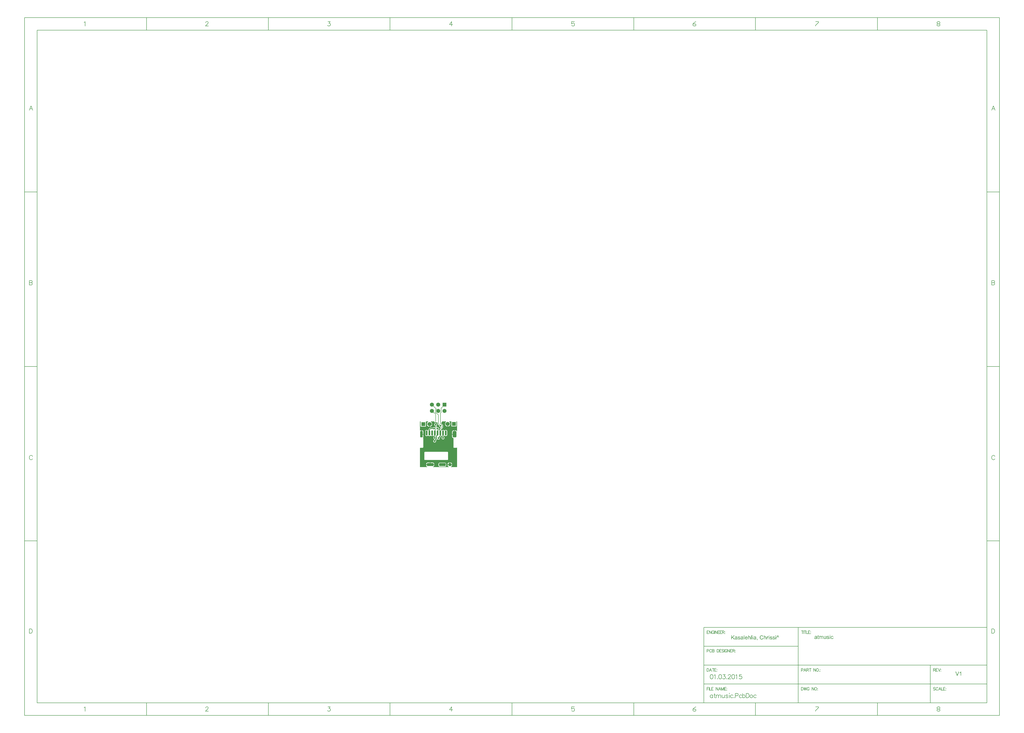
<source format=gbl>
%FSLAX44Y44*%
%MOMM*%
G71*
G01*
G75*
G04 Layer_Physical_Order=2*
G04 Layer_Color=16711680*
G04:AMPARAMS|DCode=10|XSize=0.9mm|YSize=0.95mm|CornerRadius=0.135mm|HoleSize=0mm|Usage=FLASHONLY|Rotation=180.000|XOffset=0mm|YOffset=0mm|HoleType=Round|Shape=RoundedRectangle|*
%AMROUNDEDRECTD10*
21,1,0.9000,0.6800,0,0,180.0*
21,1,0.6300,0.9500,0,0,180.0*
1,1,0.2700,-0.3150,0.3400*
1,1,0.2700,0.3150,0.3400*
1,1,0.2700,0.3150,-0.3400*
1,1,0.2700,-0.3150,-0.3400*
%
%ADD10ROUNDEDRECTD10*%
G04:AMPARAMS|DCode=11|XSize=0.9mm|YSize=0.95mm|CornerRadius=0.135mm|HoleSize=0mm|Usage=FLASHONLY|Rotation=270.000|XOffset=0mm|YOffset=0mm|HoleType=Round|Shape=RoundedRectangle|*
%AMROUNDEDRECTD11*
21,1,0.9000,0.6800,0,0,270.0*
21,1,0.6300,0.9500,0,0,270.0*
1,1,0.2700,-0.3400,-0.3150*
1,1,0.2700,-0.3400,0.3150*
1,1,0.2700,0.3400,0.3150*
1,1,0.2700,0.3400,-0.3150*
%
%ADD11ROUNDEDRECTD11*%
G04:AMPARAMS|DCode=12|XSize=1.85mm|YSize=1.3mm|CornerRadius=0.195mm|HoleSize=0mm|Usage=FLASHONLY|Rotation=0.000|XOffset=0mm|YOffset=0mm|HoleType=Round|Shape=RoundedRectangle|*
%AMROUNDEDRECTD12*
21,1,1.8500,0.9100,0,0,0.0*
21,1,1.4600,1.3000,0,0,0.0*
1,1,0.3900,0.7300,-0.4550*
1,1,0.3900,-0.7300,-0.4550*
1,1,0.3900,-0.7300,0.4550*
1,1,0.3900,0.7300,0.4550*
%
%ADD12ROUNDEDRECTD12*%
G04:AMPARAMS|DCode=13|XSize=1mm|YSize=0.95mm|CornerRadius=0.2375mm|HoleSize=0mm|Usage=FLASHONLY|Rotation=0.000|XOffset=0mm|YOffset=0mm|HoleType=Round|Shape=RoundedRectangle|*
%AMROUNDEDRECTD13*
21,1,1.0000,0.4750,0,0,0.0*
21,1,0.5250,0.9500,0,0,0.0*
1,1,0.4750,0.2625,-0.2375*
1,1,0.4750,-0.2625,-0.2375*
1,1,0.4750,-0.2625,0.2375*
1,1,0.4750,0.2625,0.2375*
%
%ADD13ROUNDEDRECTD13*%
%ADD14O,1.8500X0.6000*%
G04:AMPARAMS|DCode=15|XSize=1.6mm|YSize=1.9mm|CornerRadius=0.4mm|HoleSize=0mm|Usage=FLASHONLY|Rotation=270.000|XOffset=0mm|YOffset=0mm|HoleType=Round|Shape=RoundedRectangle|*
%AMROUNDEDRECTD15*
21,1,1.6000,1.1000,0,0,270.0*
21,1,0.8000,1.9000,0,0,270.0*
1,1,0.8000,-0.5500,-0.4000*
1,1,0.8000,-0.5500,0.4000*
1,1,0.8000,0.5500,0.4000*
1,1,0.8000,0.5500,-0.4000*
%
%ADD15ROUNDEDRECTD15*%
G04:AMPARAMS|DCode=16|XSize=2.1mm|YSize=2mm|CornerRadius=0.5mm|HoleSize=0mm|Usage=FLASHONLY|Rotation=270.000|XOffset=0mm|YOffset=0mm|HoleType=Round|Shape=RoundedRectangle|*
%AMROUNDEDRECTD16*
21,1,2.1000,1.0000,0,0,270.0*
21,1,1.1000,2.0000,0,0,270.0*
1,1,1.0000,-0.5000,-0.5500*
1,1,1.0000,-0.5000,0.5500*
1,1,1.0000,0.5000,0.5500*
1,1,1.0000,0.5000,-0.5500*
%
%ADD16ROUNDEDRECTD16*%
G04:AMPARAMS|DCode=17|XSize=0.4mm|YSize=1.35mm|CornerRadius=0.1mm|HoleSize=0mm|Usage=FLASHONLY|Rotation=270.000|XOffset=0mm|YOffset=0mm|HoleType=Round|Shape=RoundedRectangle|*
%AMROUNDEDRECTD17*
21,1,0.4000,1.1500,0,0,270.0*
21,1,0.2000,1.3500,0,0,270.0*
1,1,0.2000,-0.5750,-0.1000*
1,1,0.2000,-0.5750,0.1000*
1,1,0.2000,0.5750,0.1000*
1,1,0.2000,0.5750,-0.1000*
%
%ADD17ROUNDEDRECTD17*%
G04:AMPARAMS|DCode=18|XSize=3.3mm|YSize=1.85mm|CornerRadius=0.4625mm|HoleSize=0mm|Usage=FLASHONLY|Rotation=180.000|XOffset=0mm|YOffset=0mm|HoleType=Round|Shape=RoundedRectangle|*
%AMROUNDEDRECTD18*
21,1,3.3000,0.9250,0,0,180.0*
21,1,2.3750,1.8500,0,0,180.0*
1,1,0.9250,-1.1875,0.4625*
1,1,0.9250,1.1875,0.4625*
1,1,0.9250,1.1875,-0.4625*
1,1,0.9250,-1.1875,-0.4625*
%
%ADD18ROUNDEDRECTD18*%
G04:AMPARAMS|DCode=19|XSize=0.95mm|YSize=1.85mm|CornerRadius=0.2375mm|HoleSize=0mm|Usage=FLASHONLY|Rotation=180.000|XOffset=0mm|YOffset=0mm|HoleType=Round|Shape=RoundedRectangle|*
%AMROUNDEDRECTD19*
21,1,0.9500,1.3750,0,0,180.0*
21,1,0.4750,1.8500,0,0,180.0*
1,1,0.4750,-0.2375,0.6875*
1,1,0.4750,0.2375,0.6875*
1,1,0.4750,0.2375,-0.6875*
1,1,0.4750,-0.2375,-0.6875*
%
%ADD19ROUNDEDRECTD19*%
%ADD20C,0.2000*%
%ADD21C,0.3000*%
%ADD22C,0.1270*%
%ADD23C,0.1778*%
%ADD24C,1.6500*%
%ADD25R,1.6500X1.6500*%
%ADD26C,0.7000*%
G04:AMPARAMS|DCode=27|XSize=1.2mm|YSize=1.2mm|CornerRadius=0.3mm|HoleSize=0mm|Usage=FLASHONLY|Rotation=0.000|XOffset=0mm|YOffset=0mm|HoleType=Round|Shape=RoundedRectangle|*
%AMROUNDEDRECTD27*
21,1,1.2000,0.6000,0,0,0.0*
21,1,0.6000,1.2000,0,0,0.0*
1,1,0.6000,0.3000,-0.3000*
1,1,0.6000,-0.3000,-0.3000*
1,1,0.6000,-0.3000,0.3000*
1,1,0.6000,0.3000,0.3000*
%
%ADD27ROUNDEDRECTD27*%
G04:AMPARAMS|DCode=28|XSize=2.7mm|YSize=1.2mm|CornerRadius=0.3mm|HoleSize=0mm|Usage=FLASHONLY|Rotation=0.000|XOffset=0mm|YOffset=0mm|HoleType=Round|Shape=RoundedRectangle|*
%AMROUNDEDRECTD28*
21,1,2.7000,0.6000,0,0,0.0*
21,1,2.1000,1.2000,0,0,0.0*
1,1,0.6000,1.0500,-0.3000*
1,1,0.6000,-1.0500,-0.3000*
1,1,0.6000,-1.0500,0.3000*
1,1,0.6000,1.0500,0.3000*
%
%ADD28ROUNDEDRECTD28*%
G04:AMPARAMS|DCode=29|XSize=1.5mm|YSize=2.6mm|CornerRadius=0.375mm|HoleSize=0mm|Usage=FLASHONLY|Rotation=0.000|XOffset=0mm|YOffset=0mm|HoleType=Round|Shape=RoundedRectangle|*
%AMROUNDEDRECTD29*
21,1,1.5000,1.8500,0,0,0.0*
21,1,0.7500,2.6000,0,0,0.0*
1,1,0.7500,0.3750,-0.9250*
1,1,0.7500,-0.3750,-0.9250*
1,1,0.7500,-0.3750,0.9250*
1,1,0.7500,0.3750,0.9250*
%
%ADD29ROUNDEDRECTD29*%
G04:AMPARAMS|DCode=30|XSize=1mm|YSize=2.6mm|CornerRadius=0.25mm|HoleSize=0mm|Usage=FLASHONLY|Rotation=0.000|XOffset=0mm|YOffset=0mm|HoleType=Round|Shape=RoundedRectangle|*
%AMROUNDEDRECTD30*
21,1,1.0000,2.1000,0,0,0.0*
21,1,0.5000,2.6000,0,0,0.0*
1,1,0.5000,0.2500,-1.0500*
1,1,0.5000,-0.2500,-1.0500*
1,1,0.5000,-0.2500,1.0500*
1,1,0.5000,0.2500,1.0500*
%
%ADD30ROUNDEDRECTD30*%
G04:AMPARAMS|DCode=31|XSize=0.7mm|YSize=2mm|CornerRadius=0.175mm|HoleSize=0mm|Usage=FLASHONLY|Rotation=0.000|XOffset=0mm|YOffset=0mm|HoleType=Round|Shape=RoundedRectangle|*
%AMROUNDEDRECTD31*
21,1,0.7000,1.6500,0,0,0.0*
21,1,0.3500,2.0000,0,0,0.0*
1,1,0.3500,0.1750,-0.8250*
1,1,0.3500,-0.1750,-0.8250*
1,1,0.3500,-0.1750,0.8250*
1,1,0.3500,0.1750,0.8250*
%
%ADD31ROUNDEDRECTD31*%
G36*
X495921Y149874D02*
X494651Y149489D01*
X493785Y150785D01*
X491704Y152175D01*
X489250Y152663D01*
X486770D01*
Y137000D01*
X485500D01*
Y135730D01*
X475337D01*
Y127750D01*
X475825Y125296D01*
X477215Y123215D01*
X479296Y121825D01*
X480558Y121574D01*
X480941Y121000D01*
Y85000D01*
X481174Y83829D01*
X481837Y82837D01*
X482830Y82174D01*
X484000Y81941D01*
X492000D01*
X493171Y82174D01*
X494163Y82837D01*
X494651Y83567D01*
X495921Y83319D01*
Y4256D01*
X470503D01*
X470378Y5526D01*
X471662Y5781D01*
X473494Y7006D01*
X474719Y8838D01*
X475149Y11000D01*
Y12730D01*
X457851D01*
Y11000D01*
X458282Y8838D01*
X459506Y7006D01*
X461338Y5781D01*
X462622Y5526D01*
X462497Y4256D01*
X398503D01*
X398378Y5526D01*
X399662Y5781D01*
X401494Y7006D01*
X402719Y8838D01*
X403148Y11000D01*
Y12730D01*
X370852D01*
Y11000D01*
X371282Y8838D01*
X372506Y7006D01*
X374338Y5781D01*
X375622Y5526D01*
X375497Y4256D01*
X346078D01*
Y81265D01*
X347348Y82071D01*
X348000Y81941D01*
X356000D01*
X357170Y82174D01*
X358163Y82837D01*
X358826Y83829D01*
X359059Y85000D01*
Y121000D01*
X358826Y122170D01*
X358247Y123036D01*
X359248Y124534D01*
X359639Y126500D01*
Y135730D01*
X352000D01*
Y137000D01*
X350730D01*
Y152639D01*
X349500D01*
X347533Y152248D01*
X347198Y152024D01*
X346078Y152622D01*
Y188922D01*
X347708D01*
X348700Y188250D01*
X348700Y187652D01*
Y167750D01*
X369200D01*
Y187652D01*
X369200Y188250D01*
X370192Y188922D01*
X370192Y188922D01*
X379202D01*
X379455Y187652D01*
X378908Y187425D01*
X376655Y185695D01*
X374925Y183442D01*
X373838Y180817D01*
X373634Y179270D01*
X395066D01*
X394862Y180817D01*
X393775Y183442D01*
X392046Y185695D01*
X389792Y187425D01*
X389245Y187652D01*
X389497Y188922D01*
X404000D01*
Y185000D01*
X416941D01*
Y180000D01*
X416941Y180000D01*
X417174Y178829D01*
X417837Y177837D01*
X423605Y172069D01*
X423392Y171000D01*
X423819Y168854D01*
X425035Y167035D01*
X426854Y165819D01*
X429000Y165392D01*
X429338Y165459D01*
X429963Y164289D01*
X425837Y160163D01*
X425174Y159171D01*
X424941Y158000D01*
X424941Y158000D01*
Y153813D01*
X424787Y153782D01*
X423546Y152954D01*
X423264Y152530D01*
X421736D01*
X421454Y152954D01*
X420213Y153782D01*
X420059Y153813D01*
Y155429D01*
X420965Y156035D01*
X422181Y157854D01*
X422608Y160000D01*
X422181Y162146D01*
X420965Y163965D01*
X419146Y165181D01*
X417000Y165608D01*
X414854Y165181D01*
X414679Y165064D01*
X413559Y165662D01*
Y172923D01*
X414181Y173854D01*
X414608Y176000D01*
X414181Y178146D01*
X412965Y179965D01*
X411146Y181181D01*
X409000Y181608D01*
X406854Y181181D01*
X405035Y179965D01*
X403819Y178146D01*
X403392Y176000D01*
X403819Y173854D01*
X405035Y172035D01*
X406854Y170819D01*
X407441Y170702D01*
Y165174D01*
X406171Y164495D01*
X405145Y165180D01*
X402999Y165607D01*
X400853Y165180D01*
X399034Y163965D01*
X398769Y163568D01*
X388000D01*
X386634Y163297D01*
X385476Y162523D01*
X381477Y158523D01*
X380703Y157366D01*
X380431Y156000D01*
Y153545D01*
X379546Y152954D01*
X379264Y152530D01*
X377736D01*
X377454Y152954D01*
X376213Y153782D01*
X374750Y154073D01*
X371250D01*
X369787Y153782D01*
X368546Y152954D01*
X367718Y151713D01*
X367427Y150250D01*
Y133750D01*
X367718Y132287D01*
X368546Y131046D01*
X369787Y130218D01*
X371250Y129927D01*
X374750D01*
X376213Y130218D01*
X377454Y131046D01*
X377736Y131469D01*
X379264D01*
X379546Y131046D01*
X380787Y130218D01*
X382250Y129927D01*
X385750D01*
X387213Y130218D01*
X388454Y131046D01*
X389939Y130983D01*
X390157Y130657D01*
X391576Y129709D01*
X393250Y129376D01*
X393730D01*
Y142000D01*
X396270D01*
Y129376D01*
X396750D01*
X398424Y129709D01*
X399843Y130657D01*
X400061Y130983D01*
X401404Y131040D01*
X402431Y130164D01*
Y126230D01*
X402035Y125965D01*
X400819Y124146D01*
X400392Y122000D01*
X400819Y119854D01*
X402035Y118035D01*
X403854Y116819D01*
X404049Y116780D01*
X404418Y115565D01*
X403078Y114226D01*
X402854Y114181D01*
X401035Y112965D01*
X399819Y111146D01*
X399392Y109000D01*
X399819Y106854D01*
X401035Y105035D01*
X402854Y103819D01*
X405000Y103392D01*
X407146Y103819D01*
X408965Y105035D01*
X410181Y106854D01*
X410608Y109000D01*
X410181Y111146D01*
X410145Y111199D01*
X415523Y116577D01*
X415668Y116793D01*
X416618Y116961D01*
X417257Y116885D01*
X418853Y115819D01*
X420999Y115392D01*
X423145Y115819D01*
X424964Y117035D01*
X426180Y118854D01*
X426607Y121000D01*
X426182Y123135D01*
X430523Y127477D01*
X431297Y128634D01*
X431569Y130000D01*
Y130455D01*
X432454Y131046D01*
X432736Y131469D01*
X434264D01*
X434546Y131046D01*
X435431Y130455D01*
Y126230D01*
X435035Y125965D01*
X433819Y124146D01*
X433392Y122000D01*
X433819Y119854D01*
X435035Y118035D01*
X436854Y116819D01*
X439000Y116392D01*
X441146Y116819D01*
X442965Y118035D01*
X444181Y119854D01*
X444608Y122000D01*
X444181Y124146D01*
X442965Y125965D01*
X442569Y126230D01*
Y130455D01*
X443454Y131046D01*
X443736Y131469D01*
X445264D01*
X445546Y131046D01*
X446787Y130218D01*
X448250Y129927D01*
X451750D01*
X453213Y130218D01*
X454454Y131046D01*
X455282Y132287D01*
X455574Y133750D01*
Y150250D01*
X455282Y151713D01*
X454454Y152954D01*
X453213Y153782D01*
X451750Y154073D01*
X448250D01*
X446787Y153782D01*
X445546Y152954D01*
X445264Y152530D01*
X443736D01*
X443454Y152954D01*
X442213Y153782D01*
X440750Y154073D01*
X437250D01*
X435787Y153782D01*
X434546Y152954D01*
X434264Y152530D01*
X432736D01*
X432454Y152954D01*
X431213Y153782D01*
X431059Y153813D01*
Y156733D01*
X438163Y163837D01*
X438163Y163837D01*
X438826Y164829D01*
X439059Y166000D01*
X439059Y166000D01*
Y173192D01*
X439059Y173192D01*
X438826Y174363D01*
X438163Y175355D01*
X433855Y179663D01*
X433275Y180050D01*
X432059Y181267D01*
Y185000D01*
X434700D01*
Y188922D01*
X450769D01*
X451200Y187652D01*
X449954Y186695D01*
X448225Y184442D01*
X447138Y181817D01*
X446934Y180270D01*
X468366D01*
X468162Y181817D01*
X467075Y184442D01*
X465345Y186695D01*
X464100Y187652D01*
X464531Y188922D01*
X472800D01*
Y168750D01*
X493300D01*
Y188922D01*
X495921D01*
Y149874D01*
D02*
G37*
%LPC*%
G36*
X465230Y22648D02*
X463500D01*
X461338Y22218D01*
X459506Y20994D01*
X458282Y19162D01*
X457851Y17000D01*
Y15270D01*
X465230D01*
Y22648D01*
D02*
G37*
G36*
X469500D02*
X467770D01*
Y15270D01*
X475149D01*
Y17000D01*
X474719Y19162D01*
X473494Y20994D01*
X471662Y22218D01*
X469500Y22648D01*
D02*
G37*
G36*
X456500Y66059D02*
X366500D01*
X365330Y65826D01*
X364337Y65163D01*
X363674Y64170D01*
X363441Y63000D01*
Y36000D01*
X363674Y34829D01*
X364337Y33837D01*
X365330Y33174D01*
X366500Y32941D01*
X456500D01*
X457671Y33174D01*
X458663Y33837D01*
X459326Y34829D01*
X459559Y36000D01*
Y63000D01*
X459326Y64170D01*
X458663Y65163D01*
X457671Y65826D01*
X456500Y66059D01*
D02*
G37*
G36*
X446500Y22098D02*
X425500D01*
X423549Y21710D01*
X421895Y20605D01*
X420790Y18951D01*
X420402Y17000D01*
Y11000D01*
X420790Y9049D01*
X421895Y7395D01*
X423549Y6290D01*
X425500Y5902D01*
X446500D01*
X448451Y6290D01*
X450105Y7395D01*
X451210Y9049D01*
X451598Y11000D01*
Y17000D01*
X451210Y18951D01*
X450105Y20605D01*
X448451Y21710D01*
X446500Y22098D01*
D02*
G37*
G36*
X385730Y22648D02*
X376500D01*
X374338Y22218D01*
X372506Y20994D01*
X371282Y19162D01*
X370852Y17000D01*
Y15270D01*
X385730D01*
Y22648D01*
D02*
G37*
G36*
X397500D02*
X388270D01*
Y15270D01*
X403148D01*
Y17000D01*
X402719Y19162D01*
X401494Y20994D01*
X399662Y22218D01*
X397500Y22648D01*
D02*
G37*
G36*
X395066Y176730D02*
X385620D01*
Y167284D01*
X387167Y167488D01*
X389792Y168575D01*
X392046Y170305D01*
X393775Y172558D01*
X394862Y175183D01*
X395066Y176730D01*
D02*
G37*
G36*
X456380Y177730D02*
X446934D01*
X447138Y176183D01*
X448225Y173558D01*
X449954Y171304D01*
X452208Y169575D01*
X454833Y168488D01*
X456380Y168284D01*
Y177730D01*
D02*
G37*
G36*
X468366D02*
X458920D01*
Y168284D01*
X460467Y168488D01*
X463092Y169575D01*
X465345Y171304D01*
X467075Y173558D01*
X468162Y176183D01*
X468366Y177730D01*
D02*
G37*
G36*
X354500Y152639D02*
X353270D01*
Y138270D01*
X359639D01*
Y147500D01*
X359248Y149466D01*
X358134Y151134D01*
X356466Y152248D01*
X354500Y152639D01*
D02*
G37*
G36*
X484230Y152663D02*
X481750D01*
X479296Y152175D01*
X477215Y150785D01*
X475825Y148704D01*
X475337Y146250D01*
Y138270D01*
X484230D01*
Y152663D01*
D02*
G37*
G36*
X383080Y176730D02*
X373634D01*
X373838Y175183D01*
X374925Y172558D01*
X376655Y170305D01*
X378908Y168575D01*
X381533Y167488D01*
X383080Y167284D01*
Y176730D01*
D02*
G37*
%LPD*%
G36*
X1756599Y-692000D02*
X1754633D01*
Y-680384D01*
X1756599D01*
Y-692000D01*
D02*
G37*
G36*
X1783973D02*
X1782006D01*
Y-680384D01*
X1783973D01*
Y-692000D01*
D02*
G37*
G36*
X1699098Y-680153D02*
X1699445Y-680176D01*
X1699838Y-680222D01*
X1700232Y-680292D01*
X1700625Y-680384D01*
X1700995Y-680500D01*
X1701042Y-680523D01*
X1701157Y-680569D01*
X1701319Y-680639D01*
X1701528Y-680731D01*
X1701759Y-680870D01*
X1701990Y-681009D01*
X1702199Y-681194D01*
X1702384Y-681379D01*
X1702407Y-681402D01*
X1702453Y-681472D01*
X1702523Y-681587D01*
X1702615Y-681726D01*
X1702731Y-681934D01*
X1702823Y-682143D01*
X1702916Y-682397D01*
X1702985Y-682698D01*
Y-682721D01*
X1703009Y-682791D01*
X1703032Y-682929D01*
X1703055Y-683114D01*
Y-683369D01*
X1703078Y-683670D01*
X1703101Y-684063D01*
Y-684503D01*
Y-687141D01*
Y-687164D01*
Y-687256D01*
Y-687395D01*
Y-687580D01*
Y-687789D01*
Y-688043D01*
X1703124Y-688598D01*
Y-689177D01*
X1703147Y-689755D01*
X1703170Y-690010D01*
Y-690241D01*
X1703194Y-690450D01*
X1703217Y-690612D01*
Y-690635D01*
X1703240Y-690727D01*
X1703263Y-690866D01*
X1703332Y-691051D01*
X1703379Y-691260D01*
X1703471Y-691491D01*
X1703587Y-691746D01*
X1703703Y-692000D01*
X1701643D01*
X1701620Y-691977D01*
X1701597Y-691884D01*
X1701551Y-691769D01*
X1701481Y-691583D01*
X1701412Y-691375D01*
X1701366Y-691121D01*
X1701319Y-690843D01*
X1701273Y-690542D01*
X1701250D01*
X1701227Y-690589D01*
X1701088Y-690704D01*
X1700880Y-690866D01*
X1700602Y-691074D01*
X1700255Y-691283D01*
X1699908Y-691514D01*
X1699538Y-691722D01*
X1699144Y-691884D01*
X1699098Y-691907D01*
X1698959Y-691931D01*
X1698751Y-692000D01*
X1698496Y-692069D01*
X1698172Y-692139D01*
X1697802Y-692185D01*
X1697386Y-692231D01*
X1696969Y-692254D01*
X1696784D01*
X1696645Y-692231D01*
X1696483D01*
X1696298Y-692208D01*
X1695882Y-692139D01*
X1695419Y-692023D01*
X1694910Y-691861D01*
X1694447Y-691630D01*
X1694030Y-691329D01*
X1693984Y-691283D01*
X1693868Y-691167D01*
X1693706Y-690959D01*
X1693521Y-690681D01*
X1693336Y-690334D01*
X1693174Y-689941D01*
X1693058Y-689455D01*
X1693035Y-689223D01*
X1693012Y-688946D01*
Y-688899D01*
Y-688807D01*
X1693035Y-688645D01*
X1693058Y-688437D01*
X1693105Y-688182D01*
X1693174Y-687927D01*
X1693267Y-687650D01*
X1693383Y-687395D01*
X1693406Y-687372D01*
X1693452Y-687280D01*
X1693544Y-687141D01*
X1693660Y-686979D01*
X1693799Y-686794D01*
X1693984Y-686609D01*
X1694169Y-686423D01*
X1694401Y-686261D01*
X1694424Y-686238D01*
X1694516Y-686192D01*
X1694632Y-686099D01*
X1694817Y-686007D01*
X1695025Y-685914D01*
X1695280Y-685799D01*
X1695535Y-685706D01*
X1695835Y-685613D01*
X1695858D01*
X1695951Y-685590D01*
X1696090Y-685544D01*
X1696275Y-685521D01*
X1696506Y-685475D01*
X1696807Y-685428D01*
X1697154Y-685359D01*
X1697571Y-685313D01*
X1697594D01*
X1697686Y-685290D01*
X1697802D01*
X1697964Y-685266D01*
X1698149Y-685243D01*
X1698381Y-685197D01*
X1698635Y-685174D01*
X1698913Y-685128D01*
X1699468Y-685012D01*
X1700070Y-684896D01*
X1700602Y-684757D01*
X1700856Y-684688D01*
X1701088Y-684619D01*
Y-684595D01*
Y-684549D01*
X1701111Y-684410D01*
Y-684248D01*
Y-684156D01*
Y-684109D01*
Y-684086D01*
Y-684063D01*
Y-683924D01*
X1701088Y-683693D01*
X1701042Y-683438D01*
X1700972Y-683161D01*
X1700856Y-682883D01*
X1700718Y-682628D01*
X1700533Y-682420D01*
X1700509Y-682397D01*
X1700394Y-682305D01*
X1700209Y-682212D01*
X1699977Y-682073D01*
X1699653Y-681957D01*
X1699283Y-681842D01*
X1698820Y-681772D01*
X1698288Y-681749D01*
X1698057D01*
X1697825Y-681772D01*
X1697501Y-681819D01*
X1697177Y-681865D01*
X1696830Y-681957D01*
X1696506Y-682073D01*
X1696229Y-682235D01*
X1696205Y-682258D01*
X1696113Y-682328D01*
X1695997Y-682443D01*
X1695858Y-682628D01*
X1695720Y-682860D01*
X1695558Y-683161D01*
X1695419Y-683531D01*
X1695280Y-683948D01*
X1693359Y-683693D01*
Y-683670D01*
X1693383Y-683647D01*
Y-683577D01*
X1693406Y-683485D01*
X1693475Y-683276D01*
X1693568Y-682976D01*
X1693683Y-682675D01*
X1693822Y-682351D01*
X1694007Y-682027D01*
X1694216Y-681726D01*
X1694239Y-681703D01*
X1694331Y-681610D01*
X1694470Y-681472D01*
X1694655Y-681286D01*
X1694910Y-681101D01*
X1695211Y-680916D01*
X1695558Y-680708D01*
X1695951Y-680546D01*
X1695974D01*
X1695997Y-680523D01*
X1696067Y-680500D01*
X1696159Y-680477D01*
X1696391Y-680407D01*
X1696715Y-680338D01*
X1697085Y-680268D01*
X1697548Y-680199D01*
X1698033Y-680153D01*
X1698589Y-680129D01*
X1698843D01*
X1699098Y-680153D01*
D02*
G37*
G36*
X1736699Y-681726D02*
X1736723Y-681703D01*
X1736769Y-681657D01*
X1736838Y-681587D01*
X1736954Y-681472D01*
X1737070Y-681356D01*
X1737232Y-681217D01*
X1737440Y-681078D01*
X1737648Y-680916D01*
X1737880Y-680777D01*
X1738134Y-680639D01*
X1738736Y-680384D01*
X1739060Y-680268D01*
X1739407Y-680199D01*
X1739777Y-680153D01*
X1740147Y-680129D01*
X1740356D01*
X1740610Y-680153D01*
X1740911Y-680199D01*
X1741258Y-680245D01*
X1741628Y-680338D01*
X1741998Y-680477D01*
X1742369Y-680639D01*
X1742415Y-680662D01*
X1742531Y-680731D01*
X1742693Y-680847D01*
X1742901Y-681009D01*
X1743109Y-681217D01*
X1743340Y-681448D01*
X1743549Y-681726D01*
X1743734Y-682050D01*
X1743757Y-682096D01*
X1743803Y-682212D01*
X1743873Y-682420D01*
X1743942Y-682721D01*
X1744012Y-683091D01*
X1744081Y-683531D01*
X1744127Y-684063D01*
X1744150Y-684665D01*
Y-692000D01*
X1742184D01*
Y-684642D01*
Y-684619D01*
Y-684572D01*
Y-684503D01*
Y-684410D01*
X1742160Y-684156D01*
X1742114Y-683832D01*
X1742021Y-683485D01*
X1741906Y-683138D01*
X1741744Y-682791D01*
X1741536Y-682513D01*
X1741512Y-682490D01*
X1741420Y-682397D01*
X1741281Y-682281D01*
X1741073Y-682166D01*
X1740818Y-682027D01*
X1740517Y-681934D01*
X1740147Y-681842D01*
X1739731Y-681819D01*
X1739592D01*
X1739430Y-681842D01*
X1739198Y-681865D01*
X1738967Y-681934D01*
X1738689Y-682004D01*
X1738412Y-682120D01*
X1738111Y-682281D01*
X1738088Y-682305D01*
X1737995Y-682374D01*
X1737856Y-682467D01*
X1737694Y-682605D01*
X1737509Y-682791D01*
X1737324Y-682999D01*
X1737162Y-683253D01*
X1737023Y-683531D01*
X1737000Y-683577D01*
X1736977Y-683670D01*
X1736931Y-683855D01*
X1736861Y-684086D01*
X1736792Y-684387D01*
X1736746Y-684757D01*
X1736723Y-685174D01*
X1736699Y-685660D01*
Y-692000D01*
X1734733D01*
Y-675987D01*
X1736699D01*
Y-681726D01*
D02*
G37*
G36*
X1634493Y-680153D02*
X1634840Y-680176D01*
X1635210Y-680222D01*
X1635603Y-680315D01*
X1636020Y-680407D01*
X1636413Y-680546D01*
X1636436D01*
X1636460Y-680569D01*
X1636575Y-680615D01*
X1636760Y-680708D01*
X1636992Y-680824D01*
X1637246Y-680986D01*
X1637501Y-681171D01*
X1637732Y-681379D01*
X1637941Y-681610D01*
X1637964Y-681634D01*
X1638010Y-681726D01*
X1638103Y-681888D01*
X1638218Y-682073D01*
X1638334Y-682351D01*
X1638450Y-682652D01*
X1638542Y-682999D01*
X1638635Y-683392D01*
X1636714Y-683647D01*
Y-683600D01*
X1636691Y-683508D01*
X1636645Y-683346D01*
X1636575Y-683138D01*
X1636460Y-682929D01*
X1636321Y-682698D01*
X1636159Y-682467D01*
X1635927Y-682258D01*
X1635904Y-682235D01*
X1635812Y-682189D01*
X1635673Y-682096D01*
X1635465Y-682004D01*
X1635233Y-681911D01*
X1634932Y-681819D01*
X1634562Y-681772D01*
X1634169Y-681749D01*
X1633937D01*
X1633706Y-681772D01*
X1633405Y-681796D01*
X1633104Y-681865D01*
X1632780Y-681934D01*
X1632480Y-682050D01*
X1632225Y-682212D01*
X1632202Y-682235D01*
X1632133Y-682281D01*
X1632040Y-682374D01*
X1631947Y-682513D01*
X1631832Y-682652D01*
X1631739Y-682837D01*
X1631670Y-683045D01*
X1631647Y-683253D01*
Y-683276D01*
Y-683323D01*
X1631670Y-683392D01*
Y-683485D01*
X1631739Y-683716D01*
X1631878Y-683948D01*
X1631901Y-683971D01*
X1631924Y-683994D01*
X1631971Y-684063D01*
X1632063Y-684133D01*
X1632156Y-684202D01*
X1632294Y-684295D01*
X1632457Y-684364D01*
X1632642Y-684456D01*
X1632665D01*
X1632711Y-684480D01*
X1632803Y-684503D01*
X1632966Y-684572D01*
X1633197Y-684642D01*
X1633498Y-684711D01*
X1633683Y-684781D01*
X1633891Y-684827D01*
X1634122Y-684896D01*
X1634377Y-684966D01*
X1634400D01*
X1634470Y-684989D01*
X1634585Y-685012D01*
X1634724Y-685058D01*
X1634886Y-685104D01*
X1635094Y-685151D01*
X1635534Y-685290D01*
X1636020Y-685428D01*
X1636506Y-685590D01*
X1636945Y-685752D01*
X1637131Y-685822D01*
X1637293Y-685891D01*
X1637339Y-685914D01*
X1637431Y-685961D01*
X1637570Y-686030D01*
X1637778Y-686146D01*
X1637987Y-686285D01*
X1638195Y-686470D01*
X1638403Y-686678D01*
X1638588Y-686909D01*
X1638611Y-686933D01*
X1638658Y-687025D01*
X1638750Y-687164D01*
X1638843Y-687372D01*
X1638912Y-687627D01*
X1639005Y-687904D01*
X1639051Y-688228D01*
X1639074Y-688598D01*
Y-688645D01*
Y-688761D01*
X1639051Y-688946D01*
X1639005Y-689200D01*
X1638936Y-689478D01*
X1638820Y-689779D01*
X1638681Y-690126D01*
X1638496Y-690450D01*
X1638473Y-690496D01*
X1638380Y-690589D01*
X1638264Y-690751D01*
X1638079Y-690936D01*
X1637825Y-691144D01*
X1637547Y-691375D01*
X1637223Y-691583D01*
X1636830Y-691792D01*
X1636807D01*
X1636783Y-691815D01*
X1636645Y-691861D01*
X1636413Y-691931D01*
X1636113Y-692023D01*
X1635742Y-692116D01*
X1635326Y-692185D01*
X1634886Y-692231D01*
X1634377Y-692254D01*
X1634169D01*
X1634007Y-692231D01*
X1633822D01*
X1633590Y-692208D01*
X1633359Y-692185D01*
X1633104Y-692139D01*
X1632549Y-692023D01*
X1631971Y-691861D01*
X1631415Y-691630D01*
X1631161Y-691491D01*
X1630929Y-691329D01*
X1630906Y-691306D01*
X1630883Y-691283D01*
X1630744Y-691144D01*
X1630536Y-690936D01*
X1630305Y-690612D01*
X1630050Y-690218D01*
X1629795Y-689755D01*
X1629587Y-689177D01*
X1629425Y-688529D01*
X1631369Y-688228D01*
Y-688251D01*
Y-688275D01*
X1631415Y-688413D01*
X1631461Y-688645D01*
X1631554Y-688899D01*
X1631670Y-689177D01*
X1631808Y-689478D01*
X1632017Y-689779D01*
X1632271Y-690033D01*
X1632318Y-690056D01*
X1632410Y-690126D01*
X1632595Y-690218D01*
X1632827Y-690334D01*
X1633127Y-690450D01*
X1633475Y-690542D01*
X1633891Y-690612D01*
X1634377Y-690635D01*
X1634608D01*
X1634840Y-690612D01*
X1635141Y-690565D01*
X1635465Y-690496D01*
X1635812Y-690403D01*
X1636113Y-690288D01*
X1636390Y-690103D01*
X1636413Y-690079D01*
X1636506Y-690010D01*
X1636598Y-689894D01*
X1636737Y-689732D01*
X1636853Y-689547D01*
X1636969Y-689316D01*
X1637038Y-689084D01*
X1637061Y-688807D01*
Y-688784D01*
Y-688691D01*
X1637038Y-688575D01*
X1636992Y-688413D01*
X1636922Y-688251D01*
X1636807Y-688089D01*
X1636668Y-687904D01*
X1636460Y-687766D01*
X1636436Y-687742D01*
X1636367Y-687719D01*
X1636251Y-687650D01*
X1636066Y-687580D01*
X1635789Y-687488D01*
X1635627Y-687418D01*
X1635441Y-687372D01*
X1635233Y-687303D01*
X1635002Y-687233D01*
X1634747Y-687164D01*
X1634446Y-687094D01*
X1634423D01*
X1634354Y-687071D01*
X1634238Y-687048D01*
X1634099Y-687002D01*
X1633914Y-686956D01*
X1633706Y-686886D01*
X1633266Y-686770D01*
X1632757Y-686609D01*
X1632271Y-686470D01*
X1631808Y-686308D01*
X1631600Y-686215D01*
X1631438Y-686146D01*
X1631392Y-686123D01*
X1631299Y-686076D01*
X1631161Y-685984D01*
X1630975Y-685868D01*
X1630767Y-685706D01*
X1630559Y-685521D01*
X1630351Y-685313D01*
X1630166Y-685058D01*
X1630143Y-685035D01*
X1630096Y-684942D01*
X1630027Y-684781D01*
X1629957Y-684595D01*
X1629888Y-684364D01*
X1629819Y-684086D01*
X1629772Y-683809D01*
X1629749Y-683485D01*
Y-683438D01*
Y-683346D01*
X1629772Y-683207D01*
X1629795Y-682999D01*
X1629842Y-682791D01*
X1629888Y-682536D01*
X1629980Y-682305D01*
X1630096Y-682050D01*
X1630119Y-682027D01*
X1630166Y-681934D01*
X1630235Y-681819D01*
X1630351Y-681657D01*
X1630490Y-681495D01*
X1630652Y-681286D01*
X1630837Y-681101D01*
X1631068Y-680939D01*
X1631091Y-680916D01*
X1631161Y-680893D01*
X1631253Y-680824D01*
X1631392Y-680754D01*
X1631577Y-680662D01*
X1631785Y-680569D01*
X1632040Y-680477D01*
X1632318Y-680384D01*
X1632364Y-680361D01*
X1632457Y-680338D01*
X1632618Y-680292D01*
X1632827Y-680245D01*
X1633081Y-680199D01*
X1633359Y-680176D01*
X1633683Y-680129D01*
X1634238D01*
X1634493Y-680153D01*
D02*
G37*
G36*
X1763888D02*
X1764235Y-680176D01*
X1764606Y-680222D01*
X1764999Y-680315D01*
X1765415Y-680407D01*
X1765809Y-680546D01*
X1765832D01*
X1765855Y-680569D01*
X1765971Y-680615D01*
X1766156Y-680708D01*
X1766387Y-680824D01*
X1766642Y-680986D01*
X1766896Y-681171D01*
X1767128Y-681379D01*
X1767336Y-681610D01*
X1767359Y-681634D01*
X1767405Y-681726D01*
X1767498Y-681888D01*
X1767614Y-682073D01*
X1767729Y-682351D01*
X1767845Y-682652D01*
X1767938Y-682999D01*
X1768030Y-683392D01*
X1766110Y-683647D01*
Y-683600D01*
X1766086Y-683508D01*
X1766040Y-683346D01*
X1765971Y-683138D01*
X1765855Y-682929D01*
X1765716Y-682698D01*
X1765554Y-682467D01*
X1765323Y-682258D01*
X1765300Y-682235D01*
X1765207Y-682189D01*
X1765068Y-682096D01*
X1764860Y-682004D01*
X1764629Y-681911D01*
X1764328Y-681819D01*
X1763958Y-681772D01*
X1763564Y-681749D01*
X1763333D01*
X1763102Y-681772D01*
X1762801Y-681796D01*
X1762500Y-681865D01*
X1762176Y-681934D01*
X1761875Y-682050D01*
X1761621Y-682212D01*
X1761597Y-682235D01*
X1761528Y-682281D01*
X1761436Y-682374D01*
X1761343Y-682513D01*
X1761227Y-682652D01*
X1761135Y-682837D01*
X1761065Y-683045D01*
X1761042Y-683253D01*
Y-683276D01*
Y-683323D01*
X1761065Y-683392D01*
Y-683485D01*
X1761135Y-683716D01*
X1761273Y-683948D01*
X1761297Y-683971D01*
X1761320Y-683994D01*
X1761366Y-684063D01*
X1761459Y-684133D01*
X1761551Y-684202D01*
X1761690Y-684295D01*
X1761852Y-684364D01*
X1762037Y-684456D01*
X1762060D01*
X1762106Y-684480D01*
X1762199Y-684503D01*
X1762361Y-684572D01*
X1762592Y-684642D01*
X1762893Y-684711D01*
X1763078Y-684781D01*
X1763287Y-684827D01*
X1763518Y-684896D01*
X1763772Y-684966D01*
X1763796D01*
X1763865Y-684989D01*
X1763981Y-685012D01*
X1764120Y-685058D01*
X1764282Y-685104D01*
X1764490Y-685151D01*
X1764930Y-685290D01*
X1765415Y-685428D01*
X1765901Y-685590D01*
X1766341Y-685752D01*
X1766526Y-685822D01*
X1766688Y-685891D01*
X1766734Y-685914D01*
X1766827Y-685961D01*
X1766966Y-686030D01*
X1767174Y-686146D01*
X1767382Y-686285D01*
X1767590Y-686470D01*
X1767799Y-686678D01*
X1767984Y-686909D01*
X1768007Y-686933D01*
X1768053Y-687025D01*
X1768146Y-687164D01*
X1768238Y-687372D01*
X1768308Y-687627D01*
X1768400Y-687904D01*
X1768447Y-688228D01*
X1768470Y-688598D01*
Y-688645D01*
Y-688761D01*
X1768447Y-688946D01*
X1768400Y-689200D01*
X1768331Y-689478D01*
X1768215Y-689779D01*
X1768076Y-690126D01*
X1767891Y-690450D01*
X1767868Y-690496D01*
X1767776Y-690589D01*
X1767660Y-690751D01*
X1767475Y-690936D01*
X1767220Y-691144D01*
X1766943Y-691375D01*
X1766619Y-691583D01*
X1766225Y-691792D01*
X1766202D01*
X1766179Y-691815D01*
X1766040Y-691861D01*
X1765809Y-691931D01*
X1765508Y-692023D01*
X1765138Y-692116D01*
X1764721Y-692185D01*
X1764282Y-692231D01*
X1763772Y-692254D01*
X1763564D01*
X1763402Y-692231D01*
X1763217D01*
X1762986Y-692208D01*
X1762754Y-692185D01*
X1762500Y-692139D01*
X1761944Y-692023D01*
X1761366Y-691861D01*
X1760811Y-691630D01*
X1760556Y-691491D01*
X1760325Y-691329D01*
X1760302Y-691306D01*
X1760278Y-691283D01*
X1760140Y-691144D01*
X1759931Y-690936D01*
X1759700Y-690612D01*
X1759445Y-690218D01*
X1759191Y-689755D01*
X1758983Y-689177D01*
X1758821Y-688529D01*
X1760764Y-688228D01*
Y-688251D01*
Y-688275D01*
X1760811Y-688413D01*
X1760857Y-688645D01*
X1760950Y-688899D01*
X1761065Y-689177D01*
X1761204Y-689478D01*
X1761412Y-689779D01*
X1761667Y-690033D01*
X1761713Y-690056D01*
X1761806Y-690126D01*
X1761991Y-690218D01*
X1762222Y-690334D01*
X1762523Y-690450D01*
X1762870Y-690542D01*
X1763287Y-690612D01*
X1763772Y-690635D01*
X1764004D01*
X1764235Y-690612D01*
X1764536Y-690565D01*
X1764860Y-690496D01*
X1765207Y-690403D01*
X1765508Y-690288D01*
X1765786Y-690103D01*
X1765809Y-690079D01*
X1765901Y-690010D01*
X1765994Y-689894D01*
X1766133Y-689732D01*
X1766248Y-689547D01*
X1766364Y-689316D01*
X1766434Y-689084D01*
X1766457Y-688807D01*
Y-688784D01*
Y-688691D01*
X1766434Y-688575D01*
X1766387Y-688413D01*
X1766318Y-688251D01*
X1766202Y-688089D01*
X1766063Y-687904D01*
X1765855Y-687766D01*
X1765832Y-687742D01*
X1765762Y-687719D01*
X1765647Y-687650D01*
X1765462Y-687580D01*
X1765184Y-687488D01*
X1765022Y-687418D01*
X1764837Y-687372D01*
X1764629Y-687303D01*
X1764397Y-687233D01*
X1764143Y-687164D01*
X1763842Y-687094D01*
X1763819D01*
X1763749Y-687071D01*
X1763634Y-687048D01*
X1763495Y-687002D01*
X1763310Y-686956D01*
X1763102Y-686886D01*
X1762662Y-686770D01*
X1762153Y-686609D01*
X1761667Y-686470D01*
X1761204Y-686308D01*
X1760996Y-686215D01*
X1760834Y-686146D01*
X1760788Y-686123D01*
X1760695Y-686076D01*
X1760556Y-685984D01*
X1760371Y-685868D01*
X1760163Y-685706D01*
X1759955Y-685521D01*
X1759746Y-685313D01*
X1759561Y-685058D01*
X1759538Y-685035D01*
X1759492Y-684942D01*
X1759422Y-684781D01*
X1759353Y-684595D01*
X1759283Y-684364D01*
X1759214Y-684086D01*
X1759168Y-683809D01*
X1759145Y-683485D01*
Y-683438D01*
Y-683346D01*
X1759168Y-683207D01*
X1759191Y-682999D01*
X1759237Y-682791D01*
X1759283Y-682536D01*
X1759376Y-682305D01*
X1759492Y-682050D01*
X1759515Y-682027D01*
X1759561Y-681934D01*
X1759631Y-681819D01*
X1759746Y-681657D01*
X1759885Y-681495D01*
X1760047Y-681286D01*
X1760232Y-681101D01*
X1760464Y-680939D01*
X1760487Y-680916D01*
X1760556Y-680893D01*
X1760649Y-680824D01*
X1760788Y-680754D01*
X1760973Y-680662D01*
X1761181Y-680569D01*
X1761436Y-680477D01*
X1761713Y-680384D01*
X1761759Y-680361D01*
X1761852Y-680338D01*
X1762014Y-680292D01*
X1762222Y-680245D01*
X1762477Y-680199D01*
X1762754Y-680176D01*
X1763078Y-680129D01*
X1763634D01*
X1763888Y-680153D01*
D02*
G37*
G36*
X1795404Y-684456D02*
X1793437D01*
X1790730Y-677954D01*
X1788092Y-684456D01*
X1786079D01*
X1789943Y-675710D01*
X1791517D01*
X1795404Y-684456D01*
D02*
G37*
G36*
X1609225Y-682490D02*
X1616236Y-692000D01*
X1613436D01*
X1607744Y-683924D01*
X1605129Y-686447D01*
Y-692000D01*
X1603000D01*
Y-675987D01*
X1605129D01*
Y-683948D01*
X1613042Y-675987D01*
X1615935D01*
X1609225Y-682490D01*
D02*
G37*
G36*
X1623178Y-680153D02*
X1623525Y-680176D01*
X1623918Y-680222D01*
X1624311Y-680292D01*
X1624705Y-680384D01*
X1625075Y-680500D01*
X1625121Y-680523D01*
X1625237Y-680569D01*
X1625399Y-680639D01*
X1625607Y-680731D01*
X1625839Y-680870D01*
X1626070Y-681009D01*
X1626278Y-681194D01*
X1626463Y-681379D01*
X1626487Y-681402D01*
X1626533Y-681472D01*
X1626602Y-681587D01*
X1626695Y-681726D01*
X1626810Y-681934D01*
X1626903Y-682143D01*
X1626996Y-682397D01*
X1627065Y-682698D01*
Y-682721D01*
X1627088Y-682791D01*
X1627111Y-682929D01*
X1627134Y-683114D01*
Y-683369D01*
X1627157Y-683670D01*
X1627181Y-684063D01*
Y-684503D01*
Y-687141D01*
Y-687164D01*
Y-687256D01*
Y-687395D01*
Y-687580D01*
Y-687789D01*
Y-688043D01*
X1627204Y-688598D01*
Y-689177D01*
X1627227Y-689755D01*
X1627250Y-690010D01*
Y-690241D01*
X1627273Y-690450D01*
X1627296Y-690612D01*
Y-690635D01*
X1627319Y-690727D01*
X1627343Y-690866D01*
X1627412Y-691051D01*
X1627458Y-691260D01*
X1627551Y-691491D01*
X1627667Y-691746D01*
X1627782Y-692000D01*
X1625723D01*
X1625700Y-691977D01*
X1625677Y-691884D01*
X1625630Y-691769D01*
X1625561Y-691583D01*
X1625491Y-691375D01*
X1625445Y-691121D01*
X1625399Y-690843D01*
X1625353Y-690542D01*
X1625329D01*
X1625306Y-690589D01*
X1625168Y-690704D01*
X1624959Y-690866D01*
X1624682Y-691074D01*
X1624335Y-691283D01*
X1623987Y-691514D01*
X1623617Y-691722D01*
X1623224Y-691884D01*
X1623178Y-691907D01*
X1623039Y-691931D01*
X1622831Y-692000D01*
X1622576Y-692069D01*
X1622252Y-692139D01*
X1621882Y-692185D01*
X1621465Y-692231D01*
X1621049Y-692254D01*
X1620864D01*
X1620725Y-692231D01*
X1620563D01*
X1620378Y-692208D01*
X1619961Y-692139D01*
X1619498Y-692023D01*
X1618989Y-691861D01*
X1618526Y-691630D01*
X1618110Y-691329D01*
X1618064Y-691283D01*
X1617948Y-691167D01*
X1617786Y-690959D01*
X1617601Y-690681D01*
X1617416Y-690334D01*
X1617254Y-689941D01*
X1617138Y-689455D01*
X1617115Y-689223D01*
X1617092Y-688946D01*
Y-688899D01*
Y-688807D01*
X1617115Y-688645D01*
X1617138Y-688437D01*
X1617184Y-688182D01*
X1617254Y-687927D01*
X1617346Y-687650D01*
X1617462Y-687395D01*
X1617485Y-687372D01*
X1617531Y-687280D01*
X1617624Y-687141D01*
X1617740Y-686979D01*
X1617879Y-686794D01*
X1618064Y-686609D01*
X1618249Y-686423D01*
X1618480Y-686261D01*
X1618503Y-686238D01*
X1618596Y-686192D01*
X1618712Y-686099D01*
X1618897Y-686007D01*
X1619105Y-685914D01*
X1619360Y-685799D01*
X1619614Y-685706D01*
X1619915Y-685613D01*
X1619938D01*
X1620031Y-685590D01*
X1620169Y-685544D01*
X1620354Y-685521D01*
X1620586Y-685475D01*
X1620887Y-685428D01*
X1621234Y-685359D01*
X1621650Y-685313D01*
X1621673D01*
X1621766Y-685290D01*
X1621882D01*
X1622044Y-685266D01*
X1622229Y-685243D01*
X1622460Y-685197D01*
X1622715Y-685174D01*
X1622992Y-685128D01*
X1623548Y-685012D01*
X1624149Y-684896D01*
X1624682Y-684757D01*
X1624936Y-684688D01*
X1625168Y-684619D01*
Y-684595D01*
Y-684549D01*
X1625191Y-684410D01*
Y-684248D01*
Y-684156D01*
Y-684109D01*
Y-684086D01*
Y-684063D01*
Y-683924D01*
X1625168Y-683693D01*
X1625121Y-683438D01*
X1625052Y-683161D01*
X1624936Y-682883D01*
X1624797Y-682628D01*
X1624612Y-682420D01*
X1624589Y-682397D01*
X1624473Y-682305D01*
X1624288Y-682212D01*
X1624057Y-682073D01*
X1623733Y-681957D01*
X1623363Y-681842D01*
X1622900Y-681772D01*
X1622368Y-681749D01*
X1622136D01*
X1621905Y-681772D01*
X1621581Y-681819D01*
X1621257Y-681865D01*
X1620910Y-681957D01*
X1620586Y-682073D01*
X1620308Y-682235D01*
X1620285Y-682258D01*
X1620193Y-682328D01*
X1620077Y-682443D01*
X1619938Y-682628D01*
X1619799Y-682860D01*
X1619637Y-683161D01*
X1619498Y-683531D01*
X1619360Y-683948D01*
X1617439Y-683693D01*
Y-683670D01*
X1617462Y-683647D01*
Y-683577D01*
X1617485Y-683485D01*
X1617555Y-683276D01*
X1617647Y-682976D01*
X1617763Y-682675D01*
X1617902Y-682351D01*
X1618087Y-682027D01*
X1618295Y-681726D01*
X1618318Y-681703D01*
X1618411Y-681610D01*
X1618550Y-681472D01*
X1618735Y-681286D01*
X1618989Y-681101D01*
X1619290Y-680916D01*
X1619637Y-680708D01*
X1620031Y-680546D01*
X1620054D01*
X1620077Y-680523D01*
X1620146Y-680500D01*
X1620239Y-680477D01*
X1620470Y-680407D01*
X1620794Y-680338D01*
X1621164Y-680268D01*
X1621627Y-680199D01*
X1622113Y-680153D01*
X1622668Y-680129D01*
X1622923D01*
X1623178Y-680153D01*
D02*
G37*
G36*
X1646826D02*
X1647173Y-680176D01*
X1647567Y-680222D01*
X1647960Y-680292D01*
X1648353Y-680384D01*
X1648723Y-680500D01*
X1648770Y-680523D01*
X1648885Y-680569D01*
X1649047Y-680639D01*
X1649256Y-680731D01*
X1649487Y-680870D01*
X1649718Y-681009D01*
X1649927Y-681194D01*
X1650112Y-681379D01*
X1650135Y-681402D01*
X1650181Y-681472D01*
X1650251Y-681587D01*
X1650343Y-681726D01*
X1650459Y-681934D01*
X1650551Y-682143D01*
X1650644Y-682397D01*
X1650713Y-682698D01*
Y-682721D01*
X1650737Y-682791D01*
X1650760Y-682929D01*
X1650783Y-683114D01*
Y-683369D01*
X1650806Y-683670D01*
X1650829Y-684063D01*
Y-684503D01*
Y-687141D01*
Y-687164D01*
Y-687256D01*
Y-687395D01*
Y-687580D01*
Y-687789D01*
Y-688043D01*
X1650852Y-688598D01*
Y-689177D01*
X1650875Y-689755D01*
X1650899Y-690010D01*
Y-690241D01*
X1650922Y-690450D01*
X1650945Y-690612D01*
Y-690635D01*
X1650968Y-690727D01*
X1650991Y-690866D01*
X1651060Y-691051D01*
X1651107Y-691260D01*
X1651199Y-691491D01*
X1651315Y-691746D01*
X1651431Y-692000D01*
X1649371D01*
X1649348Y-691977D01*
X1649325Y-691884D01*
X1649279Y-691769D01*
X1649209Y-691583D01*
X1649140Y-691375D01*
X1649094Y-691121D01*
X1649047Y-690843D01*
X1649001Y-690542D01*
X1648978D01*
X1648955Y-690589D01*
X1648816Y-690704D01*
X1648608Y-690866D01*
X1648330Y-691074D01*
X1647983Y-691283D01*
X1647636Y-691514D01*
X1647266Y-691722D01*
X1646872Y-691884D01*
X1646826Y-691907D01*
X1646687Y-691931D01*
X1646479Y-692000D01*
X1646224Y-692069D01*
X1645900Y-692139D01*
X1645530Y-692185D01*
X1645114Y-692231D01*
X1644697Y-692254D01*
X1644512D01*
X1644373Y-692231D01*
X1644211D01*
X1644026Y-692208D01*
X1643610Y-692139D01*
X1643147Y-692023D01*
X1642638Y-691861D01*
X1642175Y-691630D01*
X1641759Y-691329D01*
X1641712Y-691283D01*
X1641597Y-691167D01*
X1641434Y-690959D01*
X1641249Y-690681D01*
X1641064Y-690334D01*
X1640902Y-689941D01*
X1640787Y-689455D01*
X1640764Y-689223D01*
X1640740Y-688946D01*
Y-688899D01*
Y-688807D01*
X1640764Y-688645D01*
X1640787Y-688437D01*
X1640833Y-688182D01*
X1640902Y-687927D01*
X1640995Y-687650D01*
X1641111Y-687395D01*
X1641134Y-687372D01*
X1641180Y-687280D01*
X1641273Y-687141D01*
X1641388Y-686979D01*
X1641527Y-686794D01*
X1641712Y-686609D01*
X1641897Y-686423D01*
X1642129Y-686261D01*
X1642152Y-686238D01*
X1642244Y-686192D01*
X1642360Y-686099D01*
X1642545Y-686007D01*
X1642753Y-685914D01*
X1643008Y-685799D01*
X1643263Y-685706D01*
X1643563Y-685613D01*
X1643586D01*
X1643679Y-685590D01*
X1643818Y-685544D01*
X1644003Y-685521D01*
X1644234Y-685475D01*
X1644535Y-685428D01*
X1644882Y-685359D01*
X1645299Y-685313D01*
X1645322D01*
X1645414Y-685290D01*
X1645530D01*
X1645692Y-685266D01*
X1645877Y-685243D01*
X1646109Y-685197D01*
X1646363Y-685174D01*
X1646641Y-685128D01*
X1647196Y-685012D01*
X1647798Y-684896D01*
X1648330Y-684757D01*
X1648585Y-684688D01*
X1648816Y-684619D01*
Y-684595D01*
Y-684549D01*
X1648839Y-684410D01*
Y-684248D01*
Y-684156D01*
Y-684109D01*
Y-684086D01*
Y-684063D01*
Y-683924D01*
X1648816Y-683693D01*
X1648770Y-683438D01*
X1648700Y-683161D01*
X1648585Y-682883D01*
X1648446Y-682628D01*
X1648261Y-682420D01*
X1648237Y-682397D01*
X1648122Y-682305D01*
X1647937Y-682212D01*
X1647705Y-682073D01*
X1647381Y-681957D01*
X1647011Y-681842D01*
X1646548Y-681772D01*
X1646016Y-681749D01*
X1645785D01*
X1645553Y-681772D01*
X1645229Y-681819D01*
X1644905Y-681865D01*
X1644558Y-681957D01*
X1644234Y-682073D01*
X1643957Y-682235D01*
X1643934Y-682258D01*
X1643841Y-682328D01*
X1643725Y-682443D01*
X1643586Y-682628D01*
X1643448Y-682860D01*
X1643286Y-683161D01*
X1643147Y-683531D01*
X1643008Y-683948D01*
X1641087Y-683693D01*
Y-683670D01*
X1641111Y-683647D01*
Y-683577D01*
X1641134Y-683485D01*
X1641203Y-683276D01*
X1641296Y-682976D01*
X1641411Y-682675D01*
X1641550Y-682351D01*
X1641735Y-682027D01*
X1641944Y-681726D01*
X1641967Y-681703D01*
X1642059Y-681610D01*
X1642198Y-681472D01*
X1642383Y-681286D01*
X1642638Y-681101D01*
X1642939Y-680916D01*
X1643286Y-680708D01*
X1643679Y-680546D01*
X1643702D01*
X1643725Y-680523D01*
X1643795Y-680500D01*
X1643887Y-680477D01*
X1644119Y-680407D01*
X1644443Y-680338D01*
X1644813Y-680268D01*
X1645276Y-680199D01*
X1645762Y-680153D01*
X1646317Y-680129D01*
X1646572D01*
X1646826Y-680153D01*
D02*
G37*
G36*
X1708886Y-692000D02*
Y-692023D01*
Y-692046D01*
Y-692116D01*
Y-692208D01*
X1708863Y-692417D01*
X1708840Y-692717D01*
X1708770Y-693018D01*
X1708701Y-693365D01*
X1708585Y-693689D01*
X1708446Y-693990D01*
X1708423Y-694013D01*
X1708354Y-694106D01*
X1708261Y-694245D01*
X1708099Y-694430D01*
X1707914Y-694615D01*
X1707683Y-694800D01*
X1707382Y-695008D01*
X1707058Y-695170D01*
X1706503Y-694337D01*
X1706526Y-694314D01*
X1706595Y-694291D01*
X1706711Y-694221D01*
X1706850Y-694129D01*
X1706989Y-694013D01*
X1707150Y-693874D01*
X1707289Y-693712D01*
X1707405Y-693527D01*
X1707428Y-693504D01*
X1707451Y-693435D01*
X1707498Y-693296D01*
X1707567Y-693134D01*
X1707613Y-692926D01*
X1707683Y-692648D01*
X1707729Y-692347D01*
X1707752Y-692000D01*
X1706641D01*
Y-689755D01*
X1708886D01*
Y-692000D01*
D02*
G37*
G36*
X1663972Y-680153D02*
X1664157Y-680176D01*
X1664389Y-680222D01*
X1664643Y-680268D01*
X1664944Y-680338D01*
X1665222Y-680407D01*
X1665546Y-680523D01*
X1665847Y-680639D01*
X1666171Y-680800D01*
X1666494Y-680986D01*
X1666819Y-681194D01*
X1667119Y-681448D01*
X1667397Y-681726D01*
X1667420Y-681749D01*
X1667466Y-681796D01*
X1667536Y-681888D01*
X1667628Y-682027D01*
X1667744Y-682189D01*
X1667860Y-682374D01*
X1667999Y-682605D01*
X1668137Y-682883D01*
X1668276Y-683184D01*
X1668415Y-683508D01*
X1668531Y-683878D01*
X1668647Y-684271D01*
X1668739Y-684711D01*
X1668808Y-685174D01*
X1668855Y-685660D01*
X1668878Y-686192D01*
Y-686215D01*
Y-686308D01*
Y-686470D01*
X1668855Y-686701D01*
X1660177D01*
Y-686724D01*
Y-686794D01*
X1660201Y-686886D01*
Y-687025D01*
X1660224Y-687187D01*
X1660270Y-687372D01*
X1660339Y-687789D01*
X1660478Y-688251D01*
X1660663Y-688761D01*
X1660918Y-689223D01*
X1661242Y-689640D01*
X1661265D01*
X1661288Y-689686D01*
X1661427Y-689802D01*
X1661635Y-689964D01*
X1661913Y-690126D01*
X1662283Y-690311D01*
X1662700Y-690473D01*
X1663162Y-690589D01*
X1663417Y-690612D01*
X1663695Y-690635D01*
X1663880D01*
X1664088Y-690612D01*
X1664342Y-690565D01*
X1664620Y-690496D01*
X1664944Y-690403D01*
X1665245Y-690265D01*
X1665546Y-690079D01*
X1665569Y-690056D01*
X1665685Y-689964D01*
X1665824Y-689825D01*
X1665985Y-689640D01*
X1666171Y-689385D01*
X1666379Y-689061D01*
X1666587Y-688691D01*
X1666772Y-688251D01*
X1668808Y-688506D01*
Y-688529D01*
X1668785Y-688575D01*
X1668762Y-688668D01*
X1668716Y-688807D01*
X1668647Y-688946D01*
X1668577Y-689131D01*
X1668392Y-689524D01*
X1668161Y-689964D01*
X1667837Y-690426D01*
X1667466Y-690866D01*
X1667004Y-691283D01*
X1666980D01*
X1666934Y-691329D01*
X1666865Y-691375D01*
X1666772Y-691445D01*
X1666633Y-691514D01*
X1666494Y-691583D01*
X1666309Y-691676D01*
X1666101Y-691769D01*
X1665870Y-691861D01*
X1665638Y-691954D01*
X1665060Y-692093D01*
X1664412Y-692208D01*
X1663695Y-692254D01*
X1663440D01*
X1663278Y-692231D01*
X1663070Y-692208D01*
X1662815Y-692162D01*
X1662538Y-692116D01*
X1662237Y-692069D01*
X1661589Y-691884D01*
X1661242Y-691746D01*
X1660918Y-691607D01*
X1660571Y-691422D01*
X1660247Y-691213D01*
X1659946Y-690982D01*
X1659645Y-690704D01*
X1659622Y-690681D01*
X1659576Y-690635D01*
X1659506Y-690542D01*
X1659414Y-690403D01*
X1659298Y-690241D01*
X1659182Y-690056D01*
X1659044Y-689825D01*
X1658905Y-689570D01*
X1658766Y-689269D01*
X1658627Y-688946D01*
X1658511Y-688575D01*
X1658396Y-688182D01*
X1658303Y-687766D01*
X1658234Y-687303D01*
X1658188Y-686817D01*
X1658164Y-686308D01*
Y-686285D01*
Y-686169D01*
Y-686030D01*
X1658188Y-685822D01*
X1658211Y-685567D01*
X1658234Y-685290D01*
X1658280Y-684966D01*
X1658349Y-684642D01*
X1658535Y-683901D01*
X1658650Y-683531D01*
X1658789Y-683138D01*
X1658974Y-682767D01*
X1659182Y-682420D01*
X1659414Y-682073D01*
X1659668Y-681749D01*
X1659691Y-681726D01*
X1659738Y-681680D01*
X1659830Y-681610D01*
X1659946Y-681495D01*
X1660085Y-681379D01*
X1660270Y-681240D01*
X1660478Y-681078D01*
X1660733Y-680939D01*
X1660987Y-680777D01*
X1661288Y-680639D01*
X1661612Y-680500D01*
X1661959Y-680384D01*
X1662329Y-680268D01*
X1662723Y-680199D01*
X1663139Y-680153D01*
X1663579Y-680129D01*
X1663810D01*
X1663972Y-680153D01*
D02*
G37*
G36*
X1685654Y-692000D02*
X1683687D01*
Y-675987D01*
X1685654D01*
Y-692000D01*
D02*
G37*
G36*
X1690675D02*
X1688708D01*
Y-680384D01*
X1690675D01*
Y-692000D01*
D02*
G37*
G36*
X1655781D02*
X1653814D01*
Y-675987D01*
X1655781D01*
Y-692000D01*
D02*
G37*
G36*
X1673251Y-681726D02*
X1673274Y-681703D01*
X1673321Y-681657D01*
X1673390Y-681587D01*
X1673506Y-681472D01*
X1673621Y-681356D01*
X1673783Y-681217D01*
X1673992Y-681078D01*
X1674200Y-680916D01*
X1674431Y-680777D01*
X1674686Y-680639D01*
X1675287Y-680384D01*
X1675611Y-680268D01*
X1675959Y-680199D01*
X1676329Y-680153D01*
X1676699Y-680129D01*
X1676907D01*
X1677162Y-680153D01*
X1677463Y-680199D01*
X1677810Y-680245D01*
X1678180Y-680338D01*
X1678550Y-680477D01*
X1678920Y-680639D01*
X1678967Y-680662D01*
X1679082Y-680731D01*
X1679244Y-680847D01*
X1679453Y-681009D01*
X1679661Y-681217D01*
X1679892Y-681448D01*
X1680101Y-681726D01*
X1680286Y-682050D01*
X1680309Y-682096D01*
X1680355Y-682212D01*
X1680424Y-682420D01*
X1680494Y-682721D01*
X1680563Y-683091D01*
X1680633Y-683531D01*
X1680679Y-684063D01*
X1680702Y-684665D01*
Y-692000D01*
X1678735D01*
Y-684642D01*
Y-684619D01*
Y-684572D01*
Y-684503D01*
Y-684410D01*
X1678712Y-684156D01*
X1678666Y-683832D01*
X1678573Y-683485D01*
X1678458Y-683138D01*
X1678296Y-682791D01*
X1678087Y-682513D01*
X1678064Y-682490D01*
X1677972Y-682397D01*
X1677833Y-682281D01*
X1677625Y-682166D01*
X1677370Y-682027D01*
X1677069Y-681934D01*
X1676699Y-681842D01*
X1676283Y-681819D01*
X1676144D01*
X1675982Y-681842D01*
X1675750Y-681865D01*
X1675519Y-681934D01*
X1675241Y-682004D01*
X1674964Y-682120D01*
X1674663Y-682281D01*
X1674640Y-682305D01*
X1674547Y-682374D01*
X1674408Y-682467D01*
X1674246Y-682605D01*
X1674061Y-682791D01*
X1673876Y-682999D01*
X1673714Y-683253D01*
X1673575Y-683531D01*
X1673552Y-683577D01*
X1673529Y-683670D01*
X1673483Y-683855D01*
X1673413Y-684086D01*
X1673344Y-684387D01*
X1673297Y-684757D01*
X1673274Y-685174D01*
X1673251Y-685660D01*
Y-692000D01*
X1671284D01*
Y-675987D01*
X1673251D01*
Y-681726D01*
D02*
G37*
G36*
X1775088Y-680153D02*
X1775435Y-680176D01*
X1775805Y-680222D01*
X1776198Y-680315D01*
X1776615Y-680407D01*
X1777008Y-680546D01*
X1777031D01*
X1777055Y-680569D01*
X1777170Y-680615D01*
X1777355Y-680708D01*
X1777587Y-680824D01*
X1777841Y-680986D01*
X1778096Y-681171D01*
X1778327Y-681379D01*
X1778535Y-681610D01*
X1778559Y-681634D01*
X1778605Y-681726D01*
X1778698Y-681888D01*
X1778813Y-682073D01*
X1778929Y-682351D01*
X1779044Y-682652D01*
X1779137Y-682999D01*
X1779230Y-683392D01*
X1777309Y-683647D01*
Y-683600D01*
X1777286Y-683508D01*
X1777240Y-683346D01*
X1777170Y-683138D01*
X1777055Y-682929D01*
X1776916Y-682698D01*
X1776754Y-682467D01*
X1776522Y-682258D01*
X1776499Y-682235D01*
X1776407Y-682189D01*
X1776268Y-682096D01*
X1776060Y-682004D01*
X1775828Y-681911D01*
X1775527Y-681819D01*
X1775157Y-681772D01*
X1774764Y-681749D01*
X1774532D01*
X1774301Y-681772D01*
X1774000Y-681796D01*
X1773699Y-681865D01*
X1773375Y-681934D01*
X1773075Y-682050D01*
X1772820Y-682212D01*
X1772797Y-682235D01*
X1772728Y-682281D01*
X1772635Y-682374D01*
X1772542Y-682513D01*
X1772427Y-682652D01*
X1772334Y-682837D01*
X1772265Y-683045D01*
X1772242Y-683253D01*
Y-683276D01*
Y-683323D01*
X1772265Y-683392D01*
Y-683485D01*
X1772334Y-683716D01*
X1772473Y-683948D01*
X1772496Y-683971D01*
X1772519Y-683994D01*
X1772565Y-684063D01*
X1772658Y-684133D01*
X1772751Y-684202D01*
X1772890Y-684295D01*
X1773051Y-684364D01*
X1773237Y-684456D01*
X1773260D01*
X1773306Y-684480D01*
X1773398Y-684503D01*
X1773560Y-684572D01*
X1773792Y-684642D01*
X1774093Y-684711D01*
X1774278Y-684781D01*
X1774486Y-684827D01*
X1774718Y-684896D01*
X1774972Y-684966D01*
X1774995D01*
X1775065Y-684989D01*
X1775180Y-685012D01*
X1775319Y-685058D01*
X1775481Y-685104D01*
X1775689Y-685151D01*
X1776129Y-685290D01*
X1776615Y-685428D01*
X1777101Y-685590D01*
X1777540Y-685752D01*
X1777726Y-685822D01*
X1777888Y-685891D01*
X1777934Y-685914D01*
X1778026Y-685961D01*
X1778165Y-686030D01*
X1778374Y-686146D01*
X1778582Y-686285D01*
X1778790Y-686470D01*
X1778998Y-686678D01*
X1779183Y-686909D01*
X1779207Y-686933D01*
X1779253Y-687025D01*
X1779345Y-687164D01*
X1779438Y-687372D01*
X1779507Y-687627D01*
X1779600Y-687904D01*
X1779646Y-688228D01*
X1779669Y-688598D01*
Y-688645D01*
Y-688761D01*
X1779646Y-688946D01*
X1779600Y-689200D01*
X1779530Y-689478D01*
X1779415Y-689779D01*
X1779276Y-690126D01*
X1779091Y-690450D01*
X1779068Y-690496D01*
X1778975Y-690589D01*
X1778859Y-690751D01*
X1778674Y-690936D01*
X1778420Y-691144D01*
X1778142Y-691375D01*
X1777818Y-691583D01*
X1777425Y-691792D01*
X1777402D01*
X1777379Y-691815D01*
X1777240Y-691861D01*
X1777008Y-691931D01*
X1776707Y-692023D01*
X1776337Y-692116D01*
X1775921Y-692185D01*
X1775481Y-692231D01*
X1774972Y-692254D01*
X1774764D01*
X1774602Y-692231D01*
X1774417D01*
X1774185Y-692208D01*
X1773954Y-692185D01*
X1773699Y-692139D01*
X1773144Y-692023D01*
X1772565Y-691861D01*
X1772010Y-691630D01*
X1771756Y-691491D01*
X1771524Y-691329D01*
X1771501Y-691306D01*
X1771478Y-691283D01*
X1771339Y-691144D01*
X1771131Y-690936D01*
X1770900Y-690612D01*
X1770645Y-690218D01*
X1770390Y-689755D01*
X1770182Y-689177D01*
X1770020Y-688529D01*
X1771964Y-688228D01*
Y-688251D01*
Y-688275D01*
X1772010Y-688413D01*
X1772056Y-688645D01*
X1772149Y-688899D01*
X1772265Y-689177D01*
X1772404Y-689478D01*
X1772612Y-689779D01*
X1772866Y-690033D01*
X1772913Y-690056D01*
X1773005Y-690126D01*
X1773190Y-690218D01*
X1773422Y-690334D01*
X1773723Y-690450D01*
X1774070Y-690542D01*
X1774486Y-690612D01*
X1774972Y-690635D01*
X1775203D01*
X1775435Y-690612D01*
X1775736Y-690565D01*
X1776060Y-690496D01*
X1776407Y-690403D01*
X1776707Y-690288D01*
X1776985Y-690103D01*
X1777008Y-690079D01*
X1777101Y-690010D01*
X1777193Y-689894D01*
X1777332Y-689732D01*
X1777448Y-689547D01*
X1777564Y-689316D01*
X1777633Y-689084D01*
X1777656Y-688807D01*
Y-688784D01*
Y-688691D01*
X1777633Y-688575D01*
X1777587Y-688413D01*
X1777517Y-688251D01*
X1777402Y-688089D01*
X1777263Y-687904D01*
X1777055Y-687766D01*
X1777031Y-687742D01*
X1776962Y-687719D01*
X1776846Y-687650D01*
X1776661Y-687580D01*
X1776384Y-687488D01*
X1776221Y-687418D01*
X1776036Y-687372D01*
X1775828Y-687303D01*
X1775597Y-687233D01*
X1775342Y-687164D01*
X1775041Y-687094D01*
X1775018D01*
X1774949Y-687071D01*
X1774833Y-687048D01*
X1774694Y-687002D01*
X1774509Y-686956D01*
X1774301Y-686886D01*
X1773861Y-686770D01*
X1773352Y-686609D01*
X1772866Y-686470D01*
X1772404Y-686308D01*
X1772195Y-686215D01*
X1772033Y-686146D01*
X1771987Y-686123D01*
X1771895Y-686076D01*
X1771756Y-685984D01*
X1771570Y-685868D01*
X1771362Y-685706D01*
X1771154Y-685521D01*
X1770946Y-685313D01*
X1770761Y-685058D01*
X1770737Y-685035D01*
X1770691Y-684942D01*
X1770622Y-684781D01*
X1770552Y-684595D01*
X1770483Y-684364D01*
X1770414Y-684086D01*
X1770367Y-683809D01*
X1770344Y-683485D01*
Y-683438D01*
Y-683346D01*
X1770367Y-683207D01*
X1770390Y-682999D01*
X1770437Y-682791D01*
X1770483Y-682536D01*
X1770576Y-682305D01*
X1770691Y-682050D01*
X1770714Y-682027D01*
X1770761Y-681934D01*
X1770830Y-681819D01*
X1770946Y-681657D01*
X1771085Y-681495D01*
X1771247Y-681286D01*
X1771432Y-681101D01*
X1771663Y-680939D01*
X1771686Y-680916D01*
X1771756Y-680893D01*
X1771848Y-680824D01*
X1771987Y-680754D01*
X1772172Y-680662D01*
X1772380Y-680569D01*
X1772635Y-680477D01*
X1772913Y-680384D01*
X1772959Y-680361D01*
X1773051Y-680338D01*
X1773213Y-680292D01*
X1773422Y-680245D01*
X1773676Y-680199D01*
X1773954Y-680176D01*
X1774278Y-680129D01*
X1774833D01*
X1775088Y-680153D01*
D02*
G37*
G36*
X1986366Y-690000D02*
X1984608D01*
Y-688311D01*
X1984585Y-688334D01*
X1984538Y-688403D01*
X1984469Y-688496D01*
X1984353Y-688612D01*
X1984214Y-688751D01*
X1984052Y-688936D01*
X1983867Y-689098D01*
X1983636Y-689283D01*
X1983381Y-689468D01*
X1983104Y-689630D01*
X1982803Y-689792D01*
X1982479Y-689954D01*
X1982109Y-690069D01*
X1981738Y-690162D01*
X1981322Y-690231D01*
X1980905Y-690255D01*
X1980744D01*
X1980535Y-690231D01*
X1980281Y-690208D01*
X1979980Y-690162D01*
X1979656Y-690092D01*
X1979332Y-690000D01*
X1978985Y-689861D01*
X1978939Y-689838D01*
X1978846Y-689792D01*
X1978684Y-689699D01*
X1978499Y-689584D01*
X1978268Y-689445D01*
X1978059Y-689283D01*
X1977851Y-689098D01*
X1977666Y-688889D01*
X1977643Y-688866D01*
X1977596Y-688774D01*
X1977527Y-688658D01*
X1977435Y-688473D01*
X1977319Y-688264D01*
X1977226Y-688010D01*
X1977134Y-687732D01*
X1977064Y-687431D01*
Y-687408D01*
X1977041Y-687316D01*
X1977018Y-687177D01*
Y-686992D01*
X1976995Y-686714D01*
X1976972Y-686413D01*
X1976949Y-686020D01*
Y-685580D01*
Y-678384D01*
X1978916D01*
Y-684840D01*
Y-684863D01*
Y-684909D01*
Y-684979D01*
Y-685094D01*
Y-685349D01*
X1978939Y-685673D01*
Y-686020D01*
X1978962Y-686367D01*
X1978985Y-686668D01*
X1979031Y-686923D01*
Y-686946D01*
X1979077Y-687038D01*
X1979124Y-687177D01*
X1979193Y-687362D01*
X1979309Y-687547D01*
X1979448Y-687756D01*
X1979610Y-687941D01*
X1979818Y-688126D01*
X1979841Y-688149D01*
X1979934Y-688195D01*
X1980049Y-688264D01*
X1980234Y-688334D01*
X1980443Y-688427D01*
X1980697Y-688496D01*
X1980975Y-688542D01*
X1981299Y-688565D01*
X1981461D01*
X1981623Y-688542D01*
X1981831Y-688519D01*
X1982086Y-688450D01*
X1982363Y-688380D01*
X1982664Y-688264D01*
X1982965Y-688126D01*
X1983011Y-688103D01*
X1983104Y-688033D01*
X1983242Y-687941D01*
X1983405Y-687802D01*
X1983590Y-687617D01*
X1983775Y-687408D01*
X1983937Y-687177D01*
X1984076Y-686899D01*
X1984099Y-686853D01*
X1984122Y-686760D01*
X1984168Y-686575D01*
X1984238Y-686321D01*
X1984307Y-685997D01*
X1984353Y-685603D01*
X1984376Y-685141D01*
X1984400Y-684609D01*
Y-678384D01*
X1986366D01*
Y-690000D01*
D02*
G37*
G36*
X2010640Y-678153D02*
X2010778D01*
X2010963Y-678176D01*
X2011403Y-678245D01*
X2011889Y-678361D01*
X2012398Y-678546D01*
X2012907Y-678777D01*
X2013393Y-679101D01*
X2013416D01*
X2013439Y-679148D01*
X2013578Y-679286D01*
X2013786Y-679495D01*
X2014041Y-679796D01*
X2014296Y-680166D01*
X2014550Y-680629D01*
X2014781Y-681161D01*
X2014944Y-681786D01*
X2013023Y-682086D01*
Y-682063D01*
X2013000Y-682040D01*
X2012977Y-681901D01*
X2012907Y-681693D01*
X2012792Y-681438D01*
X2012676Y-681161D01*
X2012491Y-680860D01*
X2012283Y-680582D01*
X2012051Y-680351D01*
X2012028Y-680328D01*
X2011935Y-680258D01*
X2011773Y-680166D01*
X2011588Y-680050D01*
X2011334Y-679934D01*
X2011056Y-679842D01*
X2010732Y-679772D01*
X2010385Y-679749D01*
X2010246D01*
X2010130Y-679772D01*
X2009876Y-679796D01*
X2009529Y-679888D01*
X2009159Y-680004D01*
X2008742Y-680189D01*
X2008349Y-680467D01*
X2008164Y-680629D01*
X2007979Y-680814D01*
Y-680837D01*
X2007932Y-680860D01*
X2007886Y-680929D01*
X2007840Y-681022D01*
X2007770Y-681138D01*
X2007678Y-681276D01*
X2007608Y-681438D01*
X2007516Y-681624D01*
X2007423Y-681855D01*
X2007354Y-682110D01*
X2007261Y-682387D01*
X2007192Y-682688D01*
X2007146Y-683012D01*
X2007099Y-683382D01*
X2007053Y-683775D01*
Y-684192D01*
Y-684215D01*
Y-684285D01*
Y-684423D01*
X2007076Y-684562D01*
Y-684771D01*
X2007099Y-684979D01*
X2007169Y-685488D01*
X2007261Y-686043D01*
X2007423Y-686622D01*
X2007632Y-687131D01*
X2007770Y-687385D01*
X2007932Y-687594D01*
X2007979Y-687640D01*
X2008094Y-687756D01*
X2008302Y-687917D01*
X2008557Y-688103D01*
X2008904Y-688311D01*
X2009297Y-688473D01*
X2009760Y-688588D01*
X2010015Y-688612D01*
X2010269Y-688635D01*
X2010316D01*
X2010455Y-688612D01*
X2010686Y-688588D01*
X2010940Y-688542D01*
X2011241Y-688473D01*
X2011565Y-688334D01*
X2011889Y-688172D01*
X2012190Y-687941D01*
X2012236Y-687917D01*
X2012306Y-687802D01*
X2012444Y-687640D01*
X2012606Y-687385D01*
X2012768Y-687084D01*
X2012953Y-686714D01*
X2013092Y-686251D01*
X2013185Y-685742D01*
X2015129Y-685997D01*
Y-686020D01*
X2015105Y-686089D01*
X2015082Y-686182D01*
X2015059Y-686321D01*
X2015013Y-686506D01*
X2014967Y-686691D01*
X2014805Y-687154D01*
X2014596Y-687640D01*
X2014296Y-688172D01*
X2013925Y-688681D01*
X2013717Y-688912D01*
X2013486Y-689144D01*
X2013463Y-689167D01*
X2013416Y-689190D01*
X2013347Y-689236D01*
X2013254Y-689306D01*
X2013139Y-689398D01*
X2012977Y-689491D01*
X2012792Y-689584D01*
X2012606Y-689699D01*
X2012144Y-689907D01*
X2011588Y-690069D01*
X2010987Y-690208D01*
X2010640Y-690231D01*
X2010293Y-690255D01*
X2010061D01*
X2009899Y-690231D01*
X2009691Y-690208D01*
X2009460Y-690162D01*
X2009205Y-690116D01*
X2008927Y-690069D01*
X2008302Y-689884D01*
X2008002Y-689745D01*
X2007678Y-689607D01*
X2007354Y-689421D01*
X2007053Y-689213D01*
X2006752Y-688982D01*
X2006474Y-688704D01*
X2006451Y-688681D01*
X2006405Y-688635D01*
X2006336Y-688542D01*
X2006243Y-688427D01*
X2006151Y-688264D01*
X2006012Y-688056D01*
X2005896Y-687825D01*
X2005757Y-687570D01*
X2005618Y-687270D01*
X2005503Y-686923D01*
X2005364Y-686575D01*
X2005271Y-686159D01*
X2005179Y-685742D01*
X2005109Y-685256D01*
X2005063Y-684771D01*
X2005040Y-684238D01*
Y-684215D01*
Y-684146D01*
Y-684053D01*
Y-683914D01*
X2005063Y-683752D01*
Y-683567D01*
X2005086Y-683359D01*
X2005109Y-683128D01*
X2005179Y-682618D01*
X2005294Y-682063D01*
X2005433Y-681508D01*
X2005641Y-680953D01*
Y-680929D01*
X2005665Y-680883D01*
X2005711Y-680814D01*
X2005757Y-680721D01*
X2005896Y-680467D01*
X2006104Y-680166D01*
X2006382Y-679819D01*
X2006706Y-679472D01*
X2007099Y-679125D01*
X2007539Y-678847D01*
X2007562D01*
X2007608Y-678824D01*
X2007678Y-678777D01*
X2007770Y-678731D01*
X2007886Y-678685D01*
X2008025Y-678615D01*
X2008372Y-678477D01*
X2008765Y-678361D01*
X2009251Y-678245D01*
X2009760Y-678153D01*
X2010316Y-678130D01*
X2010501D01*
X2010640Y-678153D01*
D02*
G37*
G36*
X1945086D02*
X1945433Y-678176D01*
X1945826Y-678222D01*
X1946219Y-678291D01*
X1946613Y-678384D01*
X1946983Y-678500D01*
X1947029Y-678523D01*
X1947145Y-678569D01*
X1947307Y-678639D01*
X1947515Y-678731D01*
X1947747Y-678870D01*
X1947978Y-679009D01*
X1948186Y-679194D01*
X1948371Y-679379D01*
X1948395Y-679402D01*
X1948441Y-679472D01*
X1948510Y-679587D01*
X1948603Y-679726D01*
X1948719Y-679934D01*
X1948811Y-680143D01*
X1948904Y-680397D01*
X1948973Y-680698D01*
Y-680721D01*
X1948996Y-680790D01*
X1949019Y-680929D01*
X1949043Y-681115D01*
Y-681369D01*
X1949066Y-681670D01*
X1949089Y-682063D01*
Y-682503D01*
Y-685141D01*
Y-685164D01*
Y-685256D01*
Y-685395D01*
Y-685580D01*
Y-685789D01*
Y-686043D01*
X1949112Y-686599D01*
Y-687177D01*
X1949135Y-687756D01*
X1949158Y-688010D01*
Y-688241D01*
X1949181Y-688450D01*
X1949205Y-688612D01*
Y-688635D01*
X1949228Y-688727D01*
X1949251Y-688866D01*
X1949320Y-689051D01*
X1949366Y-689259D01*
X1949459Y-689491D01*
X1949575Y-689745D01*
X1949690Y-690000D01*
X1947631D01*
X1947608Y-689977D01*
X1947585Y-689884D01*
X1947538Y-689769D01*
X1947469Y-689584D01*
X1947400Y-689375D01*
X1947353Y-689121D01*
X1947307Y-688843D01*
X1947261Y-688542D01*
X1947238D01*
X1947215Y-688588D01*
X1947076Y-688704D01*
X1946867Y-688866D01*
X1946590Y-689074D01*
X1946243Y-689283D01*
X1945896Y-689514D01*
X1945525Y-689722D01*
X1945132Y-689884D01*
X1945086Y-689907D01*
X1944947Y-689931D01*
X1944739Y-690000D01*
X1944484Y-690069D01*
X1944160Y-690139D01*
X1943790Y-690185D01*
X1943373Y-690231D01*
X1942957Y-690255D01*
X1942772D01*
X1942633Y-690231D01*
X1942471D01*
X1942286Y-690208D01*
X1941869Y-690139D01*
X1941407Y-690023D01*
X1940897Y-689861D01*
X1940435Y-689630D01*
X1940018Y-689329D01*
X1939972Y-689283D01*
X1939856Y-689167D01*
X1939694Y-688959D01*
X1939509Y-688681D01*
X1939324Y-688334D01*
X1939162Y-687941D01*
X1939046Y-687455D01*
X1939023Y-687223D01*
X1939000Y-686946D01*
Y-686899D01*
Y-686807D01*
X1939023Y-686645D01*
X1939046Y-686436D01*
X1939093Y-686182D01*
X1939162Y-685928D01*
X1939254Y-685650D01*
X1939370Y-685395D01*
X1939393Y-685372D01*
X1939440Y-685280D01*
X1939532Y-685141D01*
X1939648Y-684979D01*
X1939787Y-684794D01*
X1939972Y-684609D01*
X1940157Y-684423D01*
X1940388Y-684261D01*
X1940412Y-684238D01*
X1940504Y-684192D01*
X1940620Y-684099D01*
X1940805Y-684007D01*
X1941013Y-683914D01*
X1941268Y-683799D01*
X1941522Y-683706D01*
X1941823Y-683614D01*
X1941846D01*
X1941939Y-683590D01*
X1942077Y-683544D01*
X1942263Y-683521D01*
X1942494Y-683475D01*
X1942795Y-683428D01*
X1943142Y-683359D01*
X1943559Y-683313D01*
X1943582D01*
X1943674Y-683290D01*
X1943790D01*
X1943952Y-683266D01*
X1944137Y-683243D01*
X1944368Y-683197D01*
X1944623Y-683174D01*
X1944901Y-683128D01*
X1945456Y-683012D01*
X1946057Y-682896D01*
X1946590Y-682757D01*
X1946844Y-682688D01*
X1947076Y-682618D01*
Y-682595D01*
Y-682549D01*
X1947099Y-682410D01*
Y-682248D01*
Y-682156D01*
Y-682110D01*
Y-682086D01*
Y-682063D01*
Y-681924D01*
X1947076Y-681693D01*
X1947029Y-681438D01*
X1946960Y-681161D01*
X1946844Y-680883D01*
X1946705Y-680629D01*
X1946520Y-680420D01*
X1946497Y-680397D01*
X1946382Y-680305D01*
X1946196Y-680212D01*
X1945965Y-680073D01*
X1945641Y-679958D01*
X1945271Y-679842D01*
X1944808Y-679772D01*
X1944276Y-679749D01*
X1944044D01*
X1943813Y-679772D01*
X1943489Y-679819D01*
X1943165Y-679865D01*
X1942818Y-679958D01*
X1942494Y-680073D01*
X1942216Y-680235D01*
X1942193Y-680258D01*
X1942101Y-680328D01*
X1941985Y-680443D01*
X1941846Y-680629D01*
X1941707Y-680860D01*
X1941545Y-681161D01*
X1941407Y-681531D01*
X1941268Y-681947D01*
X1939347Y-681693D01*
Y-681670D01*
X1939370Y-681647D01*
Y-681577D01*
X1939393Y-681485D01*
X1939463Y-681276D01*
X1939555Y-680976D01*
X1939671Y-680675D01*
X1939810Y-680351D01*
X1939995Y-680027D01*
X1940203Y-679726D01*
X1940226Y-679703D01*
X1940319Y-679610D01*
X1940458Y-679472D01*
X1940643Y-679286D01*
X1940897Y-679101D01*
X1941198Y-678916D01*
X1941545Y-678708D01*
X1941939Y-678546D01*
X1941962D01*
X1941985Y-678523D01*
X1942054Y-678500D01*
X1942147Y-678477D01*
X1942378Y-678407D01*
X1942702Y-678338D01*
X1943073Y-678268D01*
X1943535Y-678199D01*
X1944021Y-678153D01*
X1944577Y-678130D01*
X1944831D01*
X1945086Y-678153D01*
D02*
G37*
G36*
X2002610Y-690000D02*
X2000643D01*
Y-678384D01*
X2002610D01*
Y-690000D01*
D02*
G37*
G36*
X1993725Y-678153D02*
X1994072Y-678176D01*
X1994442Y-678222D01*
X1994835Y-678315D01*
X1995252Y-678407D01*
X1995645Y-678546D01*
X1995668D01*
X1995692Y-678569D01*
X1995807Y-678615D01*
X1995992Y-678708D01*
X1996224Y-678824D01*
X1996478Y-678986D01*
X1996733Y-679171D01*
X1996964Y-679379D01*
X1997173Y-679610D01*
X1997196Y-679633D01*
X1997242Y-679726D01*
X1997334Y-679888D01*
X1997450Y-680073D01*
X1997566Y-680351D01*
X1997681Y-680652D01*
X1997774Y-680999D01*
X1997867Y-681392D01*
X1995946Y-681647D01*
Y-681600D01*
X1995923Y-681508D01*
X1995877Y-681346D01*
X1995807Y-681138D01*
X1995692Y-680929D01*
X1995553Y-680698D01*
X1995391Y-680467D01*
X1995159Y-680258D01*
X1995136Y-680235D01*
X1995044Y-680189D01*
X1994905Y-680096D01*
X1994697Y-680004D01*
X1994465Y-679911D01*
X1994164Y-679819D01*
X1993794Y-679772D01*
X1993401Y-679749D01*
X1993169D01*
X1992938Y-679772D01*
X1992637Y-679796D01*
X1992336Y-679865D01*
X1992012Y-679934D01*
X1991712Y-680050D01*
X1991457Y-680212D01*
X1991434Y-680235D01*
X1991364Y-680281D01*
X1991272Y-680374D01*
X1991179Y-680513D01*
X1991064Y-680652D01*
X1990971Y-680837D01*
X1990902Y-681045D01*
X1990878Y-681253D01*
Y-681276D01*
Y-681323D01*
X1990902Y-681392D01*
Y-681485D01*
X1990971Y-681716D01*
X1991110Y-681947D01*
X1991133Y-681971D01*
X1991156Y-681994D01*
X1991203Y-682063D01*
X1991295Y-682133D01*
X1991388Y-682202D01*
X1991526Y-682295D01*
X1991688Y-682364D01*
X1991873Y-682457D01*
X1991897D01*
X1991943Y-682480D01*
X1992036Y-682503D01*
X1992198Y-682572D01*
X1992429Y-682642D01*
X1992730Y-682711D01*
X1992915Y-682781D01*
X1993123Y-682827D01*
X1993354Y-682896D01*
X1993609Y-682966D01*
X1993632D01*
X1993701Y-682989D01*
X1993817Y-683012D01*
X1993956Y-683058D01*
X1994118Y-683104D01*
X1994326Y-683151D01*
X1994766Y-683290D01*
X1995252Y-683428D01*
X1995738Y-683590D01*
X1996178Y-683752D01*
X1996363Y-683822D01*
X1996525Y-683891D01*
X1996571Y-683914D01*
X1996663Y-683961D01*
X1996802Y-684030D01*
X1997010Y-684146D01*
X1997219Y-684285D01*
X1997427Y-684470D01*
X1997635Y-684678D01*
X1997820Y-684909D01*
X1997843Y-684932D01*
X1997890Y-685025D01*
X1997982Y-685164D01*
X1998075Y-685372D01*
X1998144Y-685627D01*
X1998237Y-685904D01*
X1998283Y-686228D01*
X1998306Y-686599D01*
Y-686645D01*
Y-686760D01*
X1998283Y-686946D01*
X1998237Y-687200D01*
X1998168Y-687478D01*
X1998052Y-687779D01*
X1997913Y-688126D01*
X1997728Y-688450D01*
X1997705Y-688496D01*
X1997612Y-688588D01*
X1997496Y-688751D01*
X1997311Y-688936D01*
X1997057Y-689144D01*
X1996779Y-689375D01*
X1996455Y-689584D01*
X1996062Y-689792D01*
X1996039D01*
X1996015Y-689815D01*
X1995877Y-689861D01*
X1995645Y-689931D01*
X1995344Y-690023D01*
X1994974Y-690116D01*
X1994558Y-690185D01*
X1994118Y-690231D01*
X1993609Y-690255D01*
X1993401D01*
X1993239Y-690231D01*
X1993054D01*
X1992822Y-690208D01*
X1992591Y-690185D01*
X1992336Y-690139D01*
X1991781Y-690023D01*
X1991203Y-689861D01*
X1990647Y-689630D01*
X1990393Y-689491D01*
X1990161Y-689329D01*
X1990138Y-689306D01*
X1990115Y-689283D01*
X1989976Y-689144D01*
X1989768Y-688936D01*
X1989536Y-688612D01*
X1989282Y-688218D01*
X1989027Y-687756D01*
X1988819Y-687177D01*
X1988657Y-686529D01*
X1990601Y-686228D01*
Y-686251D01*
Y-686274D01*
X1990647Y-686413D01*
X1990693Y-686645D01*
X1990786Y-686899D01*
X1990902Y-687177D01*
X1991040Y-687478D01*
X1991249Y-687779D01*
X1991503Y-688033D01*
X1991550Y-688056D01*
X1991642Y-688126D01*
X1991827Y-688218D01*
X1992059Y-688334D01*
X1992359Y-688450D01*
X1992707Y-688542D01*
X1993123Y-688612D01*
X1993609Y-688635D01*
X1993840D01*
X1994072Y-688612D01*
X1994373Y-688565D01*
X1994697Y-688496D01*
X1995044Y-688403D01*
X1995344Y-688288D01*
X1995622Y-688103D01*
X1995645Y-688079D01*
X1995738Y-688010D01*
X1995830Y-687894D01*
X1995969Y-687732D01*
X1996085Y-687547D01*
X1996201Y-687316D01*
X1996270Y-687084D01*
X1996293Y-686807D01*
Y-686784D01*
Y-686691D01*
X1996270Y-686575D01*
X1996224Y-686413D01*
X1996154Y-686251D01*
X1996039Y-686089D01*
X1995900Y-685904D01*
X1995692Y-685766D01*
X1995668Y-685742D01*
X1995599Y-685719D01*
X1995483Y-685650D01*
X1995298Y-685580D01*
X1995020Y-685488D01*
X1994859Y-685418D01*
X1994673Y-685372D01*
X1994465Y-685303D01*
X1994234Y-685233D01*
X1993979Y-685164D01*
X1993678Y-685094D01*
X1993655D01*
X1993586Y-685071D01*
X1993470Y-685048D01*
X1993331Y-685002D01*
X1993146Y-684956D01*
X1992938Y-684886D01*
X1992498Y-684771D01*
X1991989Y-684609D01*
X1991503Y-684470D01*
X1991040Y-684308D01*
X1990832Y-684215D01*
X1990670Y-684146D01*
X1990624Y-684123D01*
X1990531Y-684076D01*
X1990393Y-683984D01*
X1990208Y-683868D01*
X1989999Y-683706D01*
X1989791Y-683521D01*
X1989583Y-683313D01*
X1989398Y-683058D01*
X1989375Y-683035D01*
X1989328Y-682943D01*
X1989259Y-682781D01*
X1989189Y-682595D01*
X1989120Y-682364D01*
X1989050Y-682086D01*
X1989004Y-681809D01*
X1988981Y-681485D01*
Y-681438D01*
Y-681346D01*
X1989004Y-681207D01*
X1989027Y-680999D01*
X1989074Y-680790D01*
X1989120Y-680536D01*
X1989212Y-680305D01*
X1989328Y-680050D01*
X1989351Y-680027D01*
X1989398Y-679934D01*
X1989467Y-679819D01*
X1989583Y-679657D01*
X1989722Y-679495D01*
X1989884Y-679286D01*
X1990069Y-679101D01*
X1990300Y-678939D01*
X1990323Y-678916D01*
X1990393Y-678893D01*
X1990485Y-678824D01*
X1990624Y-678754D01*
X1990809Y-678662D01*
X1991017Y-678569D01*
X1991272Y-678477D01*
X1991550Y-678384D01*
X1991596Y-678361D01*
X1991688Y-678338D01*
X1991850Y-678291D01*
X1992059Y-678245D01*
X1992313Y-678199D01*
X1992591Y-678176D01*
X1992915Y-678130D01*
X1993470D01*
X1993725Y-678153D01*
D02*
G37*
G36*
X2531163Y-838000D02*
X2529196D01*
Y-825482D01*
X2529173Y-825505D01*
X2529057Y-825597D01*
X2528918Y-825736D01*
X2528687Y-825898D01*
X2528432Y-826106D01*
X2528108Y-826338D01*
X2527738Y-826592D01*
X2527321Y-826847D01*
X2527298D01*
X2527275Y-826870D01*
X2527136Y-826963D01*
X2526905Y-827078D01*
X2526627Y-827217D01*
X2526303Y-827379D01*
X2525956Y-827541D01*
X2525609Y-827703D01*
X2525262Y-827842D01*
Y-825944D01*
X2525285D01*
X2525331Y-825898D01*
X2525424Y-825875D01*
X2525540Y-825806D01*
X2525679Y-825736D01*
X2525840Y-825644D01*
X2526234Y-825412D01*
X2526697Y-825158D01*
X2527159Y-824834D01*
X2527645Y-824464D01*
X2528131Y-824070D01*
X2528154Y-824047D01*
X2528177Y-824024D01*
X2528247Y-823954D01*
X2528340Y-823885D01*
X2528548Y-823654D01*
X2528825Y-823376D01*
X2529103Y-823052D01*
X2529404Y-822682D01*
X2529659Y-822311D01*
X2529890Y-821918D01*
X2531163D01*
Y-838000D01*
D02*
G37*
G36*
X2516400D02*
X2514178D01*
X2507977Y-821988D01*
X2510291D01*
X2514456Y-833627D01*
Y-833650D01*
X2514479Y-833696D01*
X2514502Y-833765D01*
X2514548Y-833858D01*
X2514572Y-833997D01*
X2514618Y-834136D01*
X2514734Y-834483D01*
X2514872Y-834876D01*
X2515011Y-835316D01*
X2515289Y-836241D01*
Y-836218D01*
X2515312Y-836172D01*
X2515335Y-836103D01*
X2515358Y-836010D01*
X2515428Y-835755D01*
X2515543Y-835408D01*
X2515659Y-835015D01*
X2515798Y-834575D01*
X2515960Y-834113D01*
X2516145Y-833627D01*
X2520495Y-821988D01*
X2522647D01*
X2516400Y-838000D01*
D02*
G37*
G36*
X1970770Y-678153D02*
X1970932D01*
X1971094Y-678176D01*
X1971488Y-678245D01*
X1971904Y-678361D01*
X1972344Y-678546D01*
X1972784Y-678777D01*
X1973154Y-679101D01*
X1973200Y-679148D01*
X1973293Y-679286D01*
X1973455Y-679495D01*
X1973524Y-679657D01*
X1973617Y-679819D01*
X1973709Y-680027D01*
X1973779Y-680235D01*
X1973871Y-680467D01*
X1973940Y-680744D01*
X1973987Y-681022D01*
X1974033Y-681346D01*
X1974079Y-681670D01*
Y-682040D01*
Y-690000D01*
X1972112D01*
Y-682711D01*
Y-682688D01*
Y-682665D01*
Y-682526D01*
Y-682318D01*
X1972089Y-682063D01*
X1972066Y-681786D01*
X1972043Y-681508D01*
X1971997Y-681230D01*
X1971927Y-681022D01*
Y-680999D01*
X1971881Y-680929D01*
X1971835Y-680837D01*
X1971765Y-680721D01*
X1971673Y-680582D01*
X1971557Y-680443D01*
X1971418Y-680305D01*
X1971233Y-680166D01*
X1971210Y-680143D01*
X1971141Y-680119D01*
X1971048Y-680073D01*
X1970886Y-680004D01*
X1970724Y-679934D01*
X1970516Y-679888D01*
X1970308Y-679865D01*
X1970053Y-679842D01*
X1969937D01*
X1969845Y-679865D01*
X1969613Y-679888D01*
X1969336Y-679934D01*
X1969012Y-680050D01*
X1968665Y-680189D01*
X1968318Y-680397D01*
X1967994Y-680675D01*
X1967970Y-680721D01*
X1967878Y-680837D01*
X1967739Y-681022D01*
X1967600Y-681300D01*
X1967438Y-681670D01*
X1967323Y-682110D01*
X1967230Y-682642D01*
X1967184Y-683266D01*
Y-690000D01*
X1965217D01*
Y-682480D01*
Y-682457D01*
Y-682410D01*
Y-682364D01*
Y-682271D01*
X1965194Y-682017D01*
X1965148Y-681739D01*
X1965101Y-681415D01*
X1965009Y-681091D01*
X1964893Y-680790D01*
X1964731Y-680513D01*
X1964708Y-680490D01*
X1964639Y-680397D01*
X1964523Y-680305D01*
X1964361Y-680166D01*
X1964153Y-680050D01*
X1963875Y-679934D01*
X1963551Y-679865D01*
X1963158Y-679842D01*
X1963019D01*
X1962857Y-679865D01*
X1962672Y-679888D01*
X1962440Y-679958D01*
X1962162Y-680027D01*
X1961908Y-680143D01*
X1961630Y-680281D01*
X1961607Y-680305D01*
X1961515Y-680374D01*
X1961399Y-680467D01*
X1961237Y-680605D01*
X1961075Y-680790D01*
X1960913Y-681022D01*
X1960751Y-681276D01*
X1960612Y-681577D01*
X1960589Y-681624D01*
X1960566Y-681739D01*
X1960520Y-681924D01*
X1960450Y-682179D01*
X1960381Y-682526D01*
X1960334Y-682943D01*
X1960311Y-683428D01*
X1960288Y-683984D01*
Y-690000D01*
X1958321D01*
Y-678384D01*
X1960080D01*
Y-680050D01*
X1960103Y-680004D01*
X1960173Y-679911D01*
X1960311Y-679749D01*
X1960473Y-679564D01*
X1960682Y-679333D01*
X1960936Y-679101D01*
X1961214Y-678870D01*
X1961538Y-678662D01*
X1961584Y-678639D01*
X1961700Y-678569D01*
X1961885Y-678500D01*
X1962139Y-678384D01*
X1962440Y-678291D01*
X1962787Y-678222D01*
X1963181Y-678153D01*
X1963597Y-678130D01*
X1963805D01*
X1964060Y-678153D01*
X1964338Y-678199D01*
X1964685Y-678268D01*
X1965032Y-678361D01*
X1965379Y-678500D01*
X1965703Y-678685D01*
X1965749Y-678708D01*
X1965842Y-678777D01*
X1965981Y-678893D01*
X1966166Y-679078D01*
X1966351Y-679286D01*
X1966559Y-679541D01*
X1966744Y-679842D01*
X1966883Y-680189D01*
X1966906Y-680166D01*
X1966952Y-680096D01*
X1967022Y-680004D01*
X1967137Y-679865D01*
X1967276Y-679703D01*
X1967438Y-679541D01*
X1967623Y-679356D01*
X1967855Y-679148D01*
X1968109Y-678962D01*
X1968364Y-678777D01*
X1968665Y-678615D01*
X1968989Y-678453D01*
X1969336Y-678315D01*
X1969706Y-678222D01*
X1970076Y-678153D01*
X1970493Y-678130D01*
X1970655D01*
X1970770Y-678153D01*
D02*
G37*
G36*
X2002610Y-676232D02*
X2000643D01*
Y-673988D01*
X2002610D01*
Y-676232D01*
D02*
G37*
G36*
X1954411Y-678384D02*
X1956401D01*
Y-679911D01*
X1954411D01*
Y-686737D01*
Y-686784D01*
Y-686876D01*
Y-687015D01*
X1954434Y-687177D01*
X1954457Y-687547D01*
X1954480Y-687709D01*
X1954503Y-687825D01*
X1954527Y-687871D01*
X1954596Y-687964D01*
X1954689Y-688079D01*
X1954850Y-688195D01*
X1954897Y-688218D01*
X1955013Y-688264D01*
X1955221Y-688311D01*
X1955522Y-688334D01*
X1955753D01*
X1955869Y-688311D01*
X1956031D01*
X1956216Y-688288D01*
X1956401Y-688264D01*
X1956655Y-690000D01*
X1956609D01*
X1956517Y-690023D01*
X1956355Y-690046D01*
X1956146Y-690069D01*
X1955915Y-690116D01*
X1955660Y-690139D01*
X1955151Y-690162D01*
X1954966D01*
X1954781Y-690139D01*
X1954550Y-690116D01*
X1954272Y-690092D01*
X1953994Y-690023D01*
X1953740Y-689954D01*
X1953485Y-689838D01*
X1953462Y-689815D01*
X1953393Y-689769D01*
X1953300Y-689699D01*
X1953161Y-689584D01*
X1953046Y-689468D01*
X1952907Y-689306D01*
X1952768Y-689144D01*
X1952675Y-688936D01*
Y-688912D01*
X1952629Y-688820D01*
X1952606Y-688658D01*
X1952560Y-688427D01*
X1952513Y-688126D01*
X1952490Y-687941D01*
Y-687732D01*
X1952467Y-687478D01*
X1952444Y-687223D01*
Y-686946D01*
Y-686622D01*
Y-679911D01*
X1950986D01*
Y-678384D01*
X1952444D01*
Y-675515D01*
X1954411Y-674335D01*
Y-678384D01*
D02*
G37*
G36*
X1690675Y-678232D02*
X1688708D01*
Y-675987D01*
X1690675D01*
Y-678232D01*
D02*
G37*
G36*
X1756599D02*
X1754633D01*
Y-675987D01*
X1756599D01*
Y-678232D01*
D02*
G37*
G36*
X1726148Y-675733D02*
X1726356Y-675756D01*
X1726611Y-675779D01*
X1726865Y-675802D01*
X1727166Y-675872D01*
X1727791Y-676011D01*
X1728485Y-676219D01*
X1728832Y-676358D01*
X1729156Y-676520D01*
X1729480Y-676728D01*
X1729804Y-676936D01*
X1729827Y-676959D01*
X1729873Y-676982D01*
X1729966Y-677052D01*
X1730082Y-677168D01*
X1730197Y-677283D01*
X1730359Y-677445D01*
X1730521Y-677630D01*
X1730706Y-677815D01*
X1730892Y-678047D01*
X1731077Y-678325D01*
X1731285Y-678602D01*
X1731470Y-678903D01*
X1731632Y-679250D01*
X1731817Y-679597D01*
X1731956Y-679967D01*
X1732095Y-680384D01*
X1730012Y-680870D01*
Y-680847D01*
X1729989Y-680800D01*
X1729943Y-680708D01*
X1729897Y-680592D01*
X1729850Y-680453D01*
X1729781Y-680268D01*
X1729596Y-679898D01*
X1729364Y-679482D01*
X1729087Y-679065D01*
X1728739Y-678672D01*
X1728369Y-678325D01*
X1728323Y-678278D01*
X1728184Y-678186D01*
X1727953Y-678070D01*
X1727652Y-677908D01*
X1727259Y-677769D01*
X1726819Y-677630D01*
X1726287Y-677538D01*
X1725708Y-677515D01*
X1725523D01*
X1725407Y-677538D01*
X1725245D01*
X1725060Y-677561D01*
X1724621Y-677630D01*
X1724135Y-677723D01*
X1723626Y-677885D01*
X1723094Y-678116D01*
X1722608Y-678417D01*
X1722584D01*
X1722561Y-678463D01*
X1722399Y-678579D01*
X1722191Y-678764D01*
X1721936Y-679042D01*
X1721636Y-679389D01*
X1721358Y-679782D01*
X1721104Y-680268D01*
X1720872Y-680800D01*
Y-680824D01*
X1720849Y-680870D01*
X1720826Y-680939D01*
X1720803Y-681055D01*
X1720756Y-681194D01*
X1720710Y-681356D01*
X1720641Y-681749D01*
X1720548Y-682212D01*
X1720456Y-682721D01*
X1720409Y-683276D01*
X1720386Y-683878D01*
Y-683901D01*
Y-683971D01*
Y-684086D01*
Y-684225D01*
X1720409Y-684387D01*
Y-684595D01*
X1720432Y-684827D01*
X1720456Y-685081D01*
X1720525Y-685637D01*
X1720641Y-686238D01*
X1720780Y-686840D01*
X1720965Y-687441D01*
Y-687465D01*
X1720988Y-687511D01*
X1721034Y-687580D01*
X1721080Y-687696D01*
X1721219Y-687974D01*
X1721427Y-688298D01*
X1721682Y-688668D01*
X1722006Y-689061D01*
X1722376Y-689408D01*
X1722816Y-689732D01*
X1722839D01*
X1722885Y-689755D01*
X1722955Y-689802D01*
X1723047Y-689848D01*
X1723163Y-689894D01*
X1723302Y-689964D01*
X1723626Y-690103D01*
X1724042Y-690241D01*
X1724505Y-690357D01*
X1725014Y-690450D01*
X1725546Y-690473D01*
X1725708D01*
X1725847Y-690450D01*
X1726009D01*
X1726171Y-690426D01*
X1726588Y-690334D01*
X1727074Y-690218D01*
X1727559Y-690033D01*
X1728069Y-689779D01*
X1728323Y-689640D01*
X1728554Y-689455D01*
X1728578Y-689432D01*
X1728601Y-689408D01*
X1728670Y-689339D01*
X1728763Y-689269D01*
X1728855Y-689154D01*
X1728971Y-689015D01*
X1729110Y-688876D01*
X1729225Y-688691D01*
X1729364Y-688483D01*
X1729526Y-688251D01*
X1729665Y-688020D01*
X1729804Y-687742D01*
X1729920Y-687441D01*
X1730035Y-687118D01*
X1730151Y-686770D01*
X1730244Y-686400D01*
X1732372Y-686933D01*
Y-686956D01*
X1732349Y-687048D01*
X1732303Y-687187D01*
X1732233Y-687372D01*
X1732164Y-687580D01*
X1732072Y-687835D01*
X1731956Y-688113D01*
X1731817Y-688413D01*
X1731493Y-689061D01*
X1731077Y-689709D01*
X1730822Y-690033D01*
X1730567Y-690357D01*
X1730290Y-690635D01*
X1729966Y-690912D01*
X1729943Y-690936D01*
X1729897Y-690982D01*
X1729781Y-691028D01*
X1729665Y-691121D01*
X1729480Y-691236D01*
X1729295Y-691352D01*
X1729040Y-691468D01*
X1728786Y-691583D01*
X1728485Y-691722D01*
X1728161Y-691838D01*
X1727814Y-691954D01*
X1727444Y-692069D01*
X1727050Y-692162D01*
X1726634Y-692208D01*
X1726194Y-692254D01*
X1725731Y-692278D01*
X1725477D01*
X1725292Y-692254D01*
X1725083D01*
X1724829Y-692231D01*
X1724551Y-692185D01*
X1724227Y-692139D01*
X1723556Y-692023D01*
X1722862Y-691838D01*
X1722168Y-691583D01*
X1721844Y-691422D01*
X1721520Y-691236D01*
X1721497Y-691213D01*
X1721451Y-691190D01*
X1721358Y-691121D01*
X1721266Y-691028D01*
X1721127Y-690936D01*
X1720965Y-690797D01*
X1720780Y-690635D01*
X1720594Y-690450D01*
X1720409Y-690241D01*
X1720201Y-690033D01*
X1719785Y-689501D01*
X1719391Y-688876D01*
X1719044Y-688182D01*
Y-688159D01*
X1718998Y-688089D01*
X1718975Y-687974D01*
X1718905Y-687835D01*
X1718859Y-687650D01*
X1718790Y-687418D01*
X1718697Y-687164D01*
X1718628Y-686886D01*
X1718558Y-686585D01*
X1718466Y-686238D01*
X1718350Y-685521D01*
X1718257Y-684711D01*
X1718211Y-683878D01*
Y-683855D01*
Y-683762D01*
Y-683624D01*
X1718234Y-683462D01*
Y-683230D01*
X1718257Y-682999D01*
X1718280Y-682698D01*
X1718327Y-682397D01*
X1718443Y-681726D01*
X1718604Y-680986D01*
X1718836Y-680245D01*
X1719160Y-679528D01*
X1719183Y-679505D01*
X1719206Y-679435D01*
X1719252Y-679343D01*
X1719345Y-679227D01*
X1719438Y-679065D01*
X1719553Y-678880D01*
X1719854Y-678463D01*
X1720247Y-678001D01*
X1720710Y-677538D01*
X1721242Y-677075D01*
X1721867Y-676682D01*
X1721890Y-676659D01*
X1721960Y-676635D01*
X1722052Y-676589D01*
X1722168Y-676520D01*
X1722353Y-676450D01*
X1722538Y-676381D01*
X1722769Y-676288D01*
X1723024Y-676196D01*
X1723302Y-676103D01*
X1723602Y-676011D01*
X1724250Y-675872D01*
X1724991Y-675756D01*
X1725755Y-675710D01*
X1725986D01*
X1726148Y-675733D01*
D02*
G37*
G36*
X1783973Y-678232D02*
X1782006D01*
Y-675987D01*
X1783973D01*
Y-678232D01*
D02*
G37*
G36*
X1751810Y-680153D02*
X1752064Y-680199D01*
X1752365Y-680292D01*
X1752689Y-680407D01*
X1753059Y-680569D01*
X1753452Y-680777D01*
X1752735Y-682582D01*
X1752712Y-682559D01*
X1752619Y-682513D01*
X1752480Y-682443D01*
X1752295Y-682374D01*
X1752087Y-682305D01*
X1751833Y-682235D01*
X1751578Y-682189D01*
X1751324Y-682166D01*
X1751208D01*
X1751092Y-682189D01*
X1750930Y-682212D01*
X1750768Y-682258D01*
X1750560Y-682328D01*
X1750352Y-682420D01*
X1750167Y-682559D01*
X1750143Y-682582D01*
X1750074Y-682628D01*
X1750005Y-682721D01*
X1749889Y-682837D01*
X1749773Y-682999D01*
X1749657Y-683184D01*
X1749542Y-683392D01*
X1749449Y-683647D01*
X1749426Y-683693D01*
X1749403Y-683832D01*
X1749357Y-684040D01*
X1749287Y-684318D01*
X1749218Y-684665D01*
X1749172Y-685058D01*
X1749148Y-685475D01*
X1749125Y-685938D01*
Y-692000D01*
X1747159D01*
Y-680384D01*
X1748940D01*
Y-682143D01*
X1748963Y-682120D01*
X1749056Y-681957D01*
X1749172Y-681749D01*
X1749357Y-681495D01*
X1749542Y-681240D01*
X1749750Y-680963D01*
X1749958Y-680731D01*
X1750167Y-680546D01*
X1750190Y-680523D01*
X1750259Y-680477D01*
X1750398Y-680407D01*
X1750537Y-680338D01*
X1750722Y-680268D01*
X1750953Y-680199D01*
X1751185Y-680153D01*
X1751439Y-680129D01*
X1751601D01*
X1751810Y-680153D01*
D02*
G37*
%LPC*%
G36*
X1663602Y-681749D02*
X1663463D01*
X1663371Y-681772D01*
X1663116Y-681796D01*
X1662815Y-681865D01*
X1662445Y-681981D01*
X1662052Y-682143D01*
X1661682Y-682374D01*
X1661311Y-682675D01*
X1661265Y-682721D01*
X1661172Y-682837D01*
X1661010Y-683045D01*
X1660849Y-683323D01*
X1660663Y-683647D01*
X1660501Y-684063D01*
X1660363Y-684549D01*
X1660293Y-685081D01*
X1666795D01*
Y-685058D01*
Y-685012D01*
X1666772Y-684942D01*
Y-684850D01*
X1666726Y-684572D01*
X1666656Y-684271D01*
X1666541Y-683901D01*
X1666425Y-683554D01*
X1666240Y-683207D01*
X1666032Y-682906D01*
Y-682883D01*
X1665985Y-682860D01*
X1665870Y-682721D01*
X1665661Y-682536D01*
X1665384Y-682328D01*
X1665037Y-682120D01*
X1664620Y-681934D01*
X1664134Y-681796D01*
X1663880Y-681772D01*
X1663602Y-681749D01*
D02*
G37*
G36*
X1947099Y-684169D02*
X1947076D01*
X1947052Y-684192D01*
X1946983Y-684215D01*
X1946891Y-684238D01*
X1946775Y-684285D01*
X1946636Y-684331D01*
X1946474Y-684377D01*
X1946289Y-684423D01*
X1946081Y-684493D01*
X1945826Y-684539D01*
X1945572Y-684609D01*
X1945271Y-684678D01*
X1944947Y-684747D01*
X1944623Y-684817D01*
X1944253Y-684863D01*
X1943859Y-684932D01*
X1943813D01*
X1943674Y-684956D01*
X1943443Y-685002D01*
X1943188Y-685048D01*
X1942911Y-685094D01*
X1942633Y-685164D01*
X1942378Y-685233D01*
X1942147Y-685326D01*
X1942124D01*
X1942054Y-685372D01*
X1941962Y-685418D01*
X1941869Y-685488D01*
X1941592Y-685673D01*
X1941360Y-685951D01*
Y-685974D01*
X1941314Y-686020D01*
X1941291Y-686113D01*
X1941245Y-686228D01*
X1941198Y-686367D01*
X1941152Y-686506D01*
X1941129Y-686691D01*
X1941106Y-686876D01*
Y-686899D01*
Y-687015D01*
X1941129Y-687154D01*
X1941175Y-687339D01*
X1941245Y-687547D01*
X1941360Y-687756D01*
X1941499Y-687987D01*
X1941684Y-688195D01*
X1941707Y-688218D01*
X1941800Y-688264D01*
X1941939Y-688357D01*
X1942124Y-688450D01*
X1942378Y-688542D01*
X1942679Y-688635D01*
X1943026Y-688681D01*
X1943443Y-688704D01*
X1943628D01*
X1943859Y-688681D01*
X1944114Y-688635D01*
X1944438Y-688588D01*
X1944762Y-688496D01*
X1945109Y-688380D01*
X1945456Y-688218D01*
X1945502Y-688195D01*
X1945595Y-688126D01*
X1945757Y-688010D01*
X1945942Y-687848D01*
X1946150Y-687663D01*
X1946382Y-687431D01*
X1946567Y-687154D01*
X1946752Y-686853D01*
X1946775Y-686830D01*
X1946798Y-686737D01*
X1946844Y-686575D01*
X1946914Y-686367D01*
X1946983Y-686089D01*
X1947029Y-685766D01*
X1947052Y-685372D01*
X1947076Y-684909D01*
X1947099Y-684169D01*
D02*
G37*
G36*
X1625191Y-686169D02*
X1625168D01*
X1625144Y-686192D01*
X1625075Y-686215D01*
X1624982Y-686238D01*
X1624867Y-686285D01*
X1624728Y-686331D01*
X1624566Y-686377D01*
X1624381Y-686423D01*
X1624173Y-686493D01*
X1623918Y-686539D01*
X1623663Y-686609D01*
X1623363Y-686678D01*
X1623039Y-686747D01*
X1622715Y-686817D01*
X1622345Y-686863D01*
X1621951Y-686933D01*
X1621905D01*
X1621766Y-686956D01*
X1621535Y-687002D01*
X1621280Y-687048D01*
X1621002Y-687094D01*
X1620725Y-687164D01*
X1620470Y-687233D01*
X1620239Y-687326D01*
X1620216D01*
X1620146Y-687372D01*
X1620054Y-687418D01*
X1619961Y-687488D01*
X1619684Y-687673D01*
X1619452Y-687951D01*
Y-687974D01*
X1619406Y-688020D01*
X1619383Y-688113D01*
X1619336Y-688228D01*
X1619290Y-688367D01*
X1619244Y-688506D01*
X1619221Y-688691D01*
X1619198Y-688876D01*
Y-688899D01*
Y-689015D01*
X1619221Y-689154D01*
X1619267Y-689339D01*
X1619336Y-689547D01*
X1619452Y-689755D01*
X1619591Y-689987D01*
X1619776Y-690195D01*
X1619799Y-690218D01*
X1619892Y-690265D01*
X1620031Y-690357D01*
X1620216Y-690450D01*
X1620470Y-690542D01*
X1620771Y-690635D01*
X1621118Y-690681D01*
X1621535Y-690704D01*
X1621720D01*
X1621951Y-690681D01*
X1622206Y-690635D01*
X1622530Y-690589D01*
X1622854Y-690496D01*
X1623201Y-690380D01*
X1623548Y-690218D01*
X1623594Y-690195D01*
X1623687Y-690126D01*
X1623849Y-690010D01*
X1624034Y-689848D01*
X1624242Y-689663D01*
X1624473Y-689432D01*
X1624659Y-689154D01*
X1624844Y-688853D01*
X1624867Y-688830D01*
X1624890Y-688737D01*
X1624936Y-688575D01*
X1625006Y-688367D01*
X1625075Y-688089D01*
X1625121Y-687766D01*
X1625144Y-687372D01*
X1625168Y-686909D01*
X1625191Y-686169D01*
D02*
G37*
G36*
X1701111D02*
X1701088D01*
X1701065Y-686192D01*
X1700995Y-686215D01*
X1700903Y-686238D01*
X1700787Y-686285D01*
X1700648Y-686331D01*
X1700486Y-686377D01*
X1700301Y-686423D01*
X1700093Y-686493D01*
X1699838Y-686539D01*
X1699584Y-686609D01*
X1699283Y-686678D01*
X1698959Y-686747D01*
X1698635Y-686817D01*
X1698265Y-686863D01*
X1697872Y-686933D01*
X1697825D01*
X1697686Y-686956D01*
X1697455Y-687002D01*
X1697200Y-687048D01*
X1696923Y-687094D01*
X1696645Y-687164D01*
X1696391Y-687233D01*
X1696159Y-687326D01*
X1696136D01*
X1696067Y-687372D01*
X1695974Y-687418D01*
X1695882Y-687488D01*
X1695604Y-687673D01*
X1695372Y-687951D01*
Y-687974D01*
X1695326Y-688020D01*
X1695303Y-688113D01*
X1695257Y-688228D01*
X1695211Y-688367D01*
X1695164Y-688506D01*
X1695141Y-688691D01*
X1695118Y-688876D01*
Y-688899D01*
Y-689015D01*
X1695141Y-689154D01*
X1695187Y-689339D01*
X1695257Y-689547D01*
X1695372Y-689755D01*
X1695511Y-689987D01*
X1695696Y-690195D01*
X1695720Y-690218D01*
X1695812Y-690265D01*
X1695951Y-690357D01*
X1696136Y-690450D01*
X1696391Y-690542D01*
X1696691Y-690635D01*
X1697039Y-690681D01*
X1697455Y-690704D01*
X1697640D01*
X1697872Y-690681D01*
X1698126Y-690635D01*
X1698450Y-690589D01*
X1698774Y-690496D01*
X1699121Y-690380D01*
X1699468Y-690218D01*
X1699514Y-690195D01*
X1699607Y-690126D01*
X1699769Y-690010D01*
X1699954Y-689848D01*
X1700162Y-689663D01*
X1700394Y-689432D01*
X1700579Y-689154D01*
X1700764Y-688853D01*
X1700787Y-688830D01*
X1700810Y-688737D01*
X1700856Y-688575D01*
X1700926Y-688367D01*
X1700995Y-688089D01*
X1701042Y-687766D01*
X1701065Y-687372D01*
X1701088Y-686909D01*
X1701111Y-686169D01*
D02*
G37*
G36*
X1648839D02*
X1648816D01*
X1648793Y-686192D01*
X1648723Y-686215D01*
X1648631Y-686238D01*
X1648515Y-686285D01*
X1648376Y-686331D01*
X1648214Y-686377D01*
X1648029Y-686423D01*
X1647821Y-686493D01*
X1647567Y-686539D01*
X1647312Y-686609D01*
X1647011Y-686678D01*
X1646687Y-686747D01*
X1646363Y-686817D01*
X1645993Y-686863D01*
X1645600Y-686933D01*
X1645553D01*
X1645414Y-686956D01*
X1645183Y-687002D01*
X1644929Y-687048D01*
X1644651Y-687094D01*
X1644373Y-687164D01*
X1644119Y-687233D01*
X1643887Y-687326D01*
X1643864D01*
X1643795Y-687372D01*
X1643702Y-687418D01*
X1643610Y-687488D01*
X1643332Y-687673D01*
X1643101Y-687951D01*
Y-687974D01*
X1643054Y-688020D01*
X1643031Y-688113D01*
X1642985Y-688228D01*
X1642939Y-688367D01*
X1642892Y-688506D01*
X1642869Y-688691D01*
X1642846Y-688876D01*
Y-688899D01*
Y-689015D01*
X1642869Y-689154D01*
X1642915Y-689339D01*
X1642985Y-689547D01*
X1643101Y-689755D01*
X1643239Y-689987D01*
X1643425Y-690195D01*
X1643448Y-690218D01*
X1643540Y-690265D01*
X1643679Y-690357D01*
X1643864Y-690450D01*
X1644119Y-690542D01*
X1644420Y-690635D01*
X1644767Y-690681D01*
X1645183Y-690704D01*
X1645368D01*
X1645600Y-690681D01*
X1645854Y-690635D01*
X1646178Y-690589D01*
X1646502Y-690496D01*
X1646849Y-690380D01*
X1647196Y-690218D01*
X1647242Y-690195D01*
X1647335Y-690126D01*
X1647497Y-690010D01*
X1647682Y-689848D01*
X1647890Y-689663D01*
X1648122Y-689432D01*
X1648307Y-689154D01*
X1648492Y-688853D01*
X1648515Y-688830D01*
X1648538Y-688737D01*
X1648585Y-688575D01*
X1648654Y-688367D01*
X1648723Y-688089D01*
X1648770Y-687766D01*
X1648793Y-687372D01*
X1648816Y-686909D01*
X1648839Y-686169D01*
D02*
G37*
%LPD*%
D20*
X417000Y142000D02*
Y160000D01*
X409000Y176000D02*
X410500Y174500D01*
Y157308D02*
Y174500D01*
X406000Y152808D02*
X410500Y157308D01*
X406000Y142000D02*
Y152808D01*
X431100Y242300D02*
X445250Y256450D01*
X431100Y224990D02*
Y242300D01*
X428000Y142000D02*
Y158000D01*
X408600Y226390D02*
Y235710D01*
X394450Y256450D02*
X411895Y239005D01*
X408600Y235710D02*
X411895Y239005D01*
Y239005D01*
X408600Y226390D02*
X420000Y214990D01*
X394450Y231050D02*
X402500Y223000D01*
X406333D01*
X406308Y182500D02*
X409500D01*
X401808Y178000D02*
X406308Y182500D01*
X384350Y178000D02*
X401808D01*
X428000Y158000D02*
X436000Y166000D01*
X420000Y180000D02*
Y214990D01*
Y180000D02*
X429000Y171000D01*
X431500Y177500D02*
X431692D01*
X436000Y173192D01*
Y166000D02*
Y173192D01*
X409500Y182500D02*
Y219833D01*
X406333Y223000D02*
X409500Y219833D01*
X429000Y180000D02*
X431500Y177500D01*
X429000Y180000D02*
Y222890D01*
X431100Y224990D01*
D21*
X439000Y122000D02*
Y142000D01*
X428000Y130000D02*
Y142000D01*
X384000D02*
Y156000D01*
X417000Y134000D02*
Y142000D01*
X406000Y122000D02*
Y142000D01*
X420999Y122999D02*
X428000Y130000D01*
X420999Y121000D02*
Y122999D01*
X413000Y130000D02*
X417000Y134000D01*
X413000Y119101D02*
Y130000D01*
X405000Y111101D02*
X413000Y119101D01*
X405000Y109000D02*
Y111101D01*
X388000Y160000D02*
X402999D01*
X384000Y156000D02*
X388000Y160000D01*
D22*
X1208990Y1769600D02*
Y1820400D01*
X-266750Y1769600D02*
Y1820400D01*
X1873200Y-948200D02*
Y-795800D01*
X2406600Y-948200D02*
Y-795800D01*
X1492200Y-948200D02*
Y-643400D01*
X2635200Y-948200D02*
Y-643400D01*
X1873200D02*
X2635200D01*
X1873200Y-795800D02*
Y-643400D01*
X1492200D02*
X1873200D01*
X1492200Y-795800D02*
X2635200D01*
X1492200Y-872000D02*
X2635200D01*
X1492200Y-948200D02*
X2635200D01*
X1492200Y-719600D02*
X1873200D01*
X1136600Y-948200D02*
X1492200D01*
X2635200Y-294150D02*
X2686000D01*
X2635200Y410700D02*
X2686000D01*
X2635200Y1115550D02*
X2686000D01*
X2193240Y-999000D02*
Y-948200D01*
X1700480Y-999000D02*
Y-948200D01*
X1208990Y-999000D02*
Y-948200D01*
X717500Y-999000D02*
Y-948200D01*
X224740Y-999000D02*
Y-948200D01*
X-266750Y-999000D02*
Y-948200D01*
X-758240Y-999000D02*
Y-948200D01*
X-1251000Y-294150D02*
X-1200200D01*
X-1251000Y410700D02*
X-1200200D01*
X-1251000Y1115550D02*
X-1200200D01*
X2193240Y1769600D02*
Y1820400D01*
X1700480Y1769600D02*
Y1820400D01*
X717500Y1769600D02*
Y1820400D01*
X224740Y1769600D02*
Y1820400D01*
X-1200200Y1769600D02*
X2635200D01*
Y-948200D02*
Y1769600D01*
X-1200200Y-948200D02*
X2635200D01*
X-1200200D02*
Y1769600D01*
X-1251000Y1820400D02*
X2686000D01*
Y-999000D02*
Y1820400D01*
X-1251000Y-999000D02*
X2686000D01*
X-1251000D02*
Y1820400D01*
X-758240Y1769600D02*
Y1820400D01*
X2426918Y-887605D02*
X2425830Y-886517D01*
X2424198Y-885972D01*
X2422021D01*
X2420388Y-886517D01*
X2419300Y-887605D01*
Y-888693D01*
X2419844Y-889782D01*
X2420388Y-890326D01*
X2421477Y-890870D01*
X2424742Y-891958D01*
X2425830Y-892503D01*
X2426374Y-893047D01*
X2426918Y-894135D01*
Y-895768D01*
X2425830Y-896856D01*
X2424198Y-897400D01*
X2422021D01*
X2420388Y-896856D01*
X2419300Y-895768D01*
X2437639Y-888693D02*
X2437094Y-887605D01*
X2436006Y-886517D01*
X2434918Y-885972D01*
X2432741D01*
X2431653Y-886517D01*
X2430564Y-887605D01*
X2430020Y-888693D01*
X2429476Y-890326D01*
Y-893047D01*
X2430020Y-894679D01*
X2430564Y-895768D01*
X2431653Y-896856D01*
X2432741Y-897400D01*
X2434918D01*
X2436006Y-896856D01*
X2437094Y-895768D01*
X2437639Y-894679D01*
X2449556Y-897400D02*
X2445202Y-885972D01*
X2440849Y-897400D01*
X2442482Y-893591D02*
X2447923D01*
X2452222Y-885972D02*
Y-897400D01*
X2458752D01*
X2467078Y-885972D02*
X2460004D01*
Y-897400D01*
X2467078D01*
X2460004Y-891414D02*
X2464357D01*
X2469527Y-889782D02*
X2468983Y-890326D01*
X2469527Y-890870D01*
X2470071Y-890326D01*
X2469527Y-889782D01*
Y-896312D02*
X2468983Y-896856D01*
X2469527Y-897400D01*
X2470071Y-896856D01*
X2469527Y-896312D01*
X1504900Y-885972D02*
Y-897400D01*
Y-885972D02*
X1511974D01*
X1504900Y-891414D02*
X1509253D01*
X1513280Y-885972D02*
Y-897400D01*
X1515674Y-885972D02*
Y-897400D01*
X1522205D01*
X1530530Y-885972D02*
X1523456D01*
Y-897400D01*
X1530530D01*
X1523456Y-891414D02*
X1527809D01*
X1541414Y-885972D02*
Y-897400D01*
Y-885972D02*
X1549032Y-897400D01*
Y-885972D02*
Y-897400D01*
X1560895D02*
X1556542Y-885972D01*
X1552188Y-897400D01*
X1553821Y-893591D02*
X1559263D01*
X1563561Y-885972D02*
Y-897400D01*
Y-885972D02*
X1567915Y-897400D01*
X1572268Y-885972D02*
X1567915Y-897400D01*
X1572268Y-885972D02*
Y-897400D01*
X1582607Y-885972D02*
X1575533D01*
Y-897400D01*
X1582607D01*
X1575533Y-891414D02*
X1579886D01*
X1585056Y-889782D02*
X1584512Y-890326D01*
X1585056Y-890870D01*
X1585600Y-890326D01*
X1585056Y-889782D01*
Y-896312D02*
X1584512Y-896856D01*
X1585056Y-897400D01*
X1585600Y-896856D01*
X1585056Y-896312D01*
X1504900Y-738288D02*
X1509798D01*
X1511430Y-737744D01*
X1511974Y-737200D01*
X1512518Y-736112D01*
Y-734479D01*
X1511974Y-733391D01*
X1511430Y-732847D01*
X1509798Y-732302D01*
X1504900D01*
Y-743730D01*
X1523239Y-735023D02*
X1522694Y-733935D01*
X1521606Y-732847D01*
X1520518Y-732302D01*
X1518341D01*
X1517253Y-732847D01*
X1516164Y-733935D01*
X1515620Y-735023D01*
X1515076Y-736656D01*
Y-739377D01*
X1515620Y-741009D01*
X1516164Y-742097D01*
X1517253Y-743186D01*
X1518341Y-743730D01*
X1520518D01*
X1521606Y-743186D01*
X1522694Y-742097D01*
X1523239Y-741009D01*
X1526449Y-732302D02*
Y-743730D01*
Y-732302D02*
X1531347D01*
X1532979Y-732847D01*
X1533523Y-733391D01*
X1534067Y-734479D01*
Y-735567D01*
X1533523Y-736656D01*
X1532979Y-737200D01*
X1531347Y-737744D01*
X1526449D02*
X1531347D01*
X1532979Y-738288D01*
X1533523Y-738832D01*
X1534067Y-739921D01*
Y-741553D01*
X1533523Y-742642D01*
X1532979Y-743186D01*
X1531347Y-743730D01*
X1526449D01*
X1545604Y-732302D02*
Y-743730D01*
Y-732302D02*
X1549413D01*
X1551046Y-732847D01*
X1552134Y-733935D01*
X1552678Y-735023D01*
X1553222Y-736656D01*
Y-739377D01*
X1552678Y-741009D01*
X1552134Y-742097D01*
X1551046Y-743186D01*
X1549413Y-743730D01*
X1545604D01*
X1562854Y-732302D02*
X1555780D01*
Y-743730D01*
X1562854D01*
X1555780Y-737744D02*
X1560133D01*
X1572377Y-733935D02*
X1571289Y-732847D01*
X1569656Y-732302D01*
X1567479D01*
X1565847Y-732847D01*
X1564759Y-733935D01*
Y-735023D01*
X1565303Y-736112D01*
X1565847Y-736656D01*
X1566935Y-737200D01*
X1570200Y-738288D01*
X1571289Y-738832D01*
X1571833Y-739377D01*
X1572377Y-740465D01*
Y-742097D01*
X1571289Y-743186D01*
X1569656Y-743730D01*
X1567479D01*
X1565847Y-743186D01*
X1564759Y-742097D01*
X1574935Y-732302D02*
Y-743730D01*
X1585491Y-735023D02*
X1584947Y-733935D01*
X1583859Y-732847D01*
X1582771Y-732302D01*
X1580594D01*
X1579506Y-732847D01*
X1578417Y-733935D01*
X1577873Y-735023D01*
X1577329Y-736656D01*
Y-739377D01*
X1577873Y-741009D01*
X1578417Y-742097D01*
X1579506Y-743186D01*
X1580594Y-743730D01*
X1582771D01*
X1583859Y-743186D01*
X1584947Y-742097D01*
X1585491Y-741009D01*
Y-739377D01*
X1582771D02*
X1585491D01*
X1588103Y-732302D02*
Y-743730D01*
Y-732302D02*
X1595722Y-743730D01*
Y-732302D02*
Y-743730D01*
X1605952Y-732302D02*
X1598878D01*
Y-743730D01*
X1605952D01*
X1598878Y-737744D02*
X1603231D01*
X1607857Y-732302D02*
Y-743730D01*
Y-732302D02*
X1612754D01*
X1614387Y-732847D01*
X1614931Y-733391D01*
X1615475Y-734479D01*
Y-735567D01*
X1614931Y-736656D01*
X1614387Y-737200D01*
X1612754Y-737744D01*
X1607857D01*
X1611666D02*
X1615475Y-743730D01*
X1618577Y-736112D02*
X1618033Y-736656D01*
X1618577Y-737200D01*
X1619121Y-736656D01*
X1618577Y-736112D01*
Y-742642D02*
X1618033Y-743186D01*
X1618577Y-743730D01*
X1619121Y-743186D01*
X1618577Y-742642D01*
X1889709Y-657372D02*
Y-668800D01*
X1885900Y-657372D02*
X1893518D01*
X1894879D02*
Y-668800D01*
X1901082Y-657372D02*
Y-668800D01*
X1897273Y-657372D02*
X1904892D01*
X1906252D02*
Y-668800D01*
X1912782D01*
X1921108Y-657372D02*
X1914034D01*
Y-668800D01*
X1921108D01*
X1914034Y-662814D02*
X1918387D01*
X1923557Y-661182D02*
X1923012Y-661726D01*
X1923557Y-662270D01*
X1924101Y-661726D01*
X1923557Y-661182D01*
Y-667712D02*
X1923012Y-668256D01*
X1923557Y-668800D01*
X1924101Y-668256D01*
X1923557Y-667712D01*
X1885900Y-815758D02*
X1890797D01*
X1892430Y-815214D01*
X1892974Y-814670D01*
X1893518Y-813582D01*
Y-811949D01*
X1892974Y-810861D01*
X1892430Y-810317D01*
X1890797Y-809772D01*
X1885900D01*
Y-821200D01*
X1904783D02*
X1900429Y-809772D01*
X1896076Y-821200D01*
X1897708Y-817391D02*
X1903150D01*
X1907449Y-809772D02*
Y-821200D01*
Y-809772D02*
X1912347D01*
X1913979Y-810317D01*
X1914523Y-810861D01*
X1915067Y-811949D01*
Y-813037D01*
X1914523Y-814126D01*
X1913979Y-814670D01*
X1912347Y-815214D01*
X1907449D01*
X1911258D02*
X1915067Y-821200D01*
X1921434Y-809772D02*
Y-821200D01*
X1917625Y-809772D02*
X1925243D01*
X1935583D02*
Y-821200D01*
Y-809772D02*
X1943201Y-821200D01*
Y-809772D02*
Y-821200D01*
X1949622Y-809772D02*
X1948534Y-810317D01*
X1947446Y-811405D01*
X1946901Y-812493D01*
X1946357Y-814126D01*
Y-816847D01*
X1946901Y-818479D01*
X1947446Y-819567D01*
X1948534Y-820656D01*
X1949622Y-821200D01*
X1951799D01*
X1952887Y-820656D01*
X1953976Y-819567D01*
X1954520Y-818479D01*
X1955064Y-816847D01*
Y-814126D01*
X1954520Y-812493D01*
X1953976Y-811405D01*
X1952887Y-810317D01*
X1951799Y-809772D01*
X1949622D01*
X1958275Y-820112D02*
X1957730Y-820656D01*
X1958275Y-821200D01*
X1958819Y-820656D01*
X1958275Y-820112D01*
X1961866Y-813582D02*
X1961322Y-814126D01*
X1961866Y-814670D01*
X1962410Y-814126D01*
X1961866Y-813582D01*
Y-820112D02*
X1961322Y-820656D01*
X1961866Y-821200D01*
X1962410Y-820656D01*
X1961866Y-820112D01*
X1511974Y-657372D02*
X1504900D01*
Y-668800D01*
X1511974D01*
X1504900Y-662814D02*
X1509253D01*
X1513879Y-657372D02*
Y-668800D01*
Y-657372D02*
X1521497Y-668800D01*
Y-657372D02*
Y-668800D01*
X1532816Y-660093D02*
X1532272Y-659005D01*
X1531183Y-657917D01*
X1530095Y-657372D01*
X1527918D01*
X1526830Y-657917D01*
X1525742Y-659005D01*
X1525197Y-660093D01*
X1524653Y-661726D01*
Y-664447D01*
X1525197Y-666079D01*
X1525742Y-667168D01*
X1526830Y-668256D01*
X1527918Y-668800D01*
X1530095D01*
X1531183Y-668256D01*
X1532272Y-667168D01*
X1532816Y-666079D01*
Y-664447D01*
X1530095D02*
X1532816D01*
X1535428Y-657372D02*
Y-668800D01*
X1537822Y-657372D02*
Y-668800D01*
Y-657372D02*
X1545441Y-668800D01*
Y-657372D02*
Y-668800D01*
X1555671Y-657372D02*
X1548597D01*
Y-668800D01*
X1555671D01*
X1548597Y-662814D02*
X1552950D01*
X1564650Y-657372D02*
X1557576D01*
Y-668800D01*
X1564650D01*
X1557576Y-662814D02*
X1561929D01*
X1566554Y-657372D02*
Y-668800D01*
Y-657372D02*
X1571452D01*
X1573084Y-657917D01*
X1573629Y-658461D01*
X1574173Y-659549D01*
Y-660638D01*
X1573629Y-661726D01*
X1573084Y-662270D01*
X1571452Y-662814D01*
X1566554D01*
X1570364D02*
X1574173Y-668800D01*
X1577274Y-661182D02*
X1576730Y-661726D01*
X1577274Y-662270D01*
X1577819Y-661726D01*
X1577274Y-661182D01*
Y-667712D02*
X1576730Y-668256D01*
X1577274Y-668800D01*
X1577819Y-668256D01*
X1577274Y-667712D01*
X1885900Y-885972D02*
Y-897400D01*
Y-885972D02*
X1889709D01*
X1891342Y-886517D01*
X1892430Y-887605D01*
X1892974Y-888693D01*
X1893518Y-890326D01*
Y-893047D01*
X1892974Y-894679D01*
X1892430Y-895768D01*
X1891342Y-896856D01*
X1889709Y-897400D01*
X1885900D01*
X1896076Y-885972D02*
X1898797Y-897400D01*
X1901518Y-885972D02*
X1898797Y-897400D01*
X1901518Y-885972D02*
X1904238Y-897400D01*
X1906959Y-885972D02*
X1904238Y-897400D01*
X1917407Y-888693D02*
X1916863Y-887605D01*
X1915775Y-886517D01*
X1914686Y-885972D01*
X1912510D01*
X1911422Y-886517D01*
X1910333Y-887605D01*
X1909789Y-888693D01*
X1909245Y-890326D01*
Y-893047D01*
X1909789Y-894679D01*
X1910333Y-895768D01*
X1911422Y-896856D01*
X1912510Y-897400D01*
X1914686D01*
X1915775Y-896856D01*
X1916863Y-895768D01*
X1917407Y-894679D01*
Y-893047D01*
X1914686D02*
X1917407D01*
X1928998Y-885972D02*
Y-897400D01*
Y-885972D02*
X1936617Y-897400D01*
Y-885972D02*
Y-897400D01*
X1943038Y-885972D02*
X1941949Y-886517D01*
X1940861Y-887605D01*
X1940317Y-888693D01*
X1939773Y-890326D01*
Y-893047D01*
X1940317Y-894679D01*
X1940861Y-895768D01*
X1941949Y-896856D01*
X1943038Y-897400D01*
X1945214D01*
X1946303Y-896856D01*
X1947391Y-895768D01*
X1947935Y-894679D01*
X1948479Y-893047D01*
Y-890326D01*
X1947935Y-888693D01*
X1947391Y-887605D01*
X1946303Y-886517D01*
X1945214Y-885972D01*
X1943038D01*
X1951690Y-889782D02*
X1951146Y-890326D01*
X1951690Y-890870D01*
X1952234Y-890326D01*
X1951690Y-889782D01*
Y-896312D02*
X1951146Y-896856D01*
X1951690Y-897400D01*
X1952234Y-896856D01*
X1951690Y-896312D01*
X2419300Y-809772D02*
Y-821200D01*
Y-809772D02*
X2424198D01*
X2425830Y-810317D01*
X2426374Y-810861D01*
X2426918Y-811949D01*
Y-813037D01*
X2426374Y-814126D01*
X2425830Y-814670D01*
X2424198Y-815214D01*
X2419300D01*
X2423109D02*
X2426918Y-821200D01*
X2436550Y-809772D02*
X2429476D01*
Y-821200D01*
X2436550D01*
X2429476Y-815214D02*
X2433829D01*
X2438455Y-809772D02*
X2442808Y-821200D01*
X2447162Y-809772D02*
X2442808Y-821200D01*
X2449175Y-813582D02*
X2448631Y-814126D01*
X2449175Y-814670D01*
X2449719Y-814126D01*
X2449175Y-813582D01*
Y-820112D02*
X2448631Y-820656D01*
X2449175Y-821200D01*
X2449719Y-820656D01*
X2449175Y-820112D01*
X1504900Y-809772D02*
Y-821200D01*
Y-809772D02*
X1508709D01*
X1510342Y-810317D01*
X1511430Y-811405D01*
X1511974Y-812493D01*
X1512518Y-814126D01*
Y-816847D01*
X1511974Y-818479D01*
X1511430Y-819567D01*
X1510342Y-820656D01*
X1508709Y-821200D01*
X1504900D01*
X1523783D02*
X1519429Y-809772D01*
X1515076Y-821200D01*
X1516708Y-817391D02*
X1522150D01*
X1530258Y-809772D02*
Y-821200D01*
X1526449Y-809772D02*
X1534067D01*
X1542502D02*
X1535428D01*
Y-821200D01*
X1542502D01*
X1535428Y-815214D02*
X1539781D01*
X1544951Y-813582D02*
X1544407Y-814126D01*
X1544951Y-814670D01*
X1545495Y-814126D01*
X1544951Y-813582D01*
Y-820112D02*
X1544407Y-820656D01*
X1544951Y-821200D01*
X1545495Y-820656D01*
X1544951Y-820112D01*
D23*
X1527758Y-916029D02*
Y-927880D01*
Y-918569D02*
X1526065Y-916876D01*
X1524372Y-916029D01*
X1521832D01*
X1520139Y-916876D01*
X1518447Y-918569D01*
X1517600Y-921108D01*
Y-922801D01*
X1518447Y-925340D01*
X1520139Y-927033D01*
X1521832Y-927880D01*
X1524372D01*
X1526065Y-927033D01*
X1527758Y-925340D01*
X1535038Y-910104D02*
Y-924494D01*
X1535884Y-927033D01*
X1537577Y-927880D01*
X1539270D01*
X1532498Y-916029D02*
X1538423D01*
X1541810D02*
Y-927880D01*
Y-919415D02*
X1544349Y-916876D01*
X1546042Y-916029D01*
X1548581D01*
X1550274Y-916876D01*
X1551121Y-919415D01*
Y-927880D01*
Y-919415D02*
X1553660Y-916876D01*
X1555353Y-916029D01*
X1557893D01*
X1559586Y-916876D01*
X1560432Y-919415D01*
Y-927880D01*
X1566019Y-916029D02*
Y-924494D01*
X1566865Y-927033D01*
X1568558Y-927880D01*
X1571098D01*
X1572791Y-927033D01*
X1575330Y-924494D01*
Y-916029D02*
Y-927880D01*
X1589297Y-918569D02*
X1588451Y-916876D01*
X1585911Y-916029D01*
X1583372D01*
X1580832Y-916876D01*
X1579986Y-918569D01*
X1580832Y-920262D01*
X1582525Y-921108D01*
X1586758Y-921955D01*
X1588451Y-922801D01*
X1589297Y-924494D01*
Y-925340D01*
X1588451Y-927033D01*
X1585911Y-927880D01*
X1583372D01*
X1580832Y-927033D01*
X1579986Y-925340D01*
X1594715Y-910104D02*
X1595561Y-910950D01*
X1596408Y-910104D01*
X1595561Y-909257D01*
X1594715Y-910104D01*
X1595561Y-916029D02*
Y-927880D01*
X1609698Y-918569D02*
X1608005Y-916876D01*
X1606312Y-916029D01*
X1603772D01*
X1602079Y-916876D01*
X1600386Y-918569D01*
X1599540Y-921108D01*
Y-922801D01*
X1600386Y-925340D01*
X1602079Y-927033D01*
X1603772Y-927880D01*
X1606312D01*
X1608005Y-927033D01*
X1609698Y-925340D01*
X1614353Y-926187D02*
X1613507Y-927033D01*
X1614353Y-927880D01*
X1615200Y-927033D01*
X1614353Y-926187D01*
X1619094Y-919415D02*
X1626712D01*
X1629251Y-918569D01*
X1630098Y-917722D01*
X1630944Y-916029D01*
Y-913490D01*
X1630098Y-911797D01*
X1629251Y-910950D01*
X1626712Y-910104D01*
X1619094D01*
Y-927880D01*
X1645081Y-918569D02*
X1643388Y-916876D01*
X1641695Y-916029D01*
X1639155D01*
X1637462Y-916876D01*
X1635769Y-918569D01*
X1634923Y-921108D01*
Y-922801D01*
X1635769Y-925340D01*
X1637462Y-927033D01*
X1639155Y-927880D01*
X1641695D01*
X1643388Y-927033D01*
X1645081Y-925340D01*
X1648890Y-910104D02*
Y-927880D01*
Y-918569D02*
X1650583Y-916876D01*
X1652276Y-916029D01*
X1654815D01*
X1656508Y-916876D01*
X1658201Y-918569D01*
X1659048Y-921108D01*
Y-922801D01*
X1658201Y-925340D01*
X1656508Y-927033D01*
X1654815Y-927880D01*
X1652276D01*
X1650583Y-927033D01*
X1648890Y-925340D01*
X1662857Y-910104D02*
Y-927880D01*
Y-910104D02*
X1668782D01*
X1671322Y-910950D01*
X1673015Y-912643D01*
X1673861Y-914336D01*
X1674708Y-916876D01*
Y-921108D01*
X1673861Y-923648D01*
X1673015Y-925340D01*
X1671322Y-927033D01*
X1668782Y-927880D01*
X1662857D01*
X1682919Y-916029D02*
X1681226Y-916876D01*
X1679533Y-918569D01*
X1678686Y-921108D01*
Y-922801D01*
X1679533Y-925340D01*
X1681226Y-927033D01*
X1682919Y-927880D01*
X1685458D01*
X1687151Y-927033D01*
X1688844Y-925340D01*
X1689690Y-922801D01*
Y-921108D01*
X1688844Y-918569D01*
X1687151Y-916876D01*
X1685458Y-916029D01*
X1682919D01*
X1703742Y-918569D02*
X1702049Y-916876D01*
X1700356Y-916029D01*
X1697817D01*
X1696124Y-916876D01*
X1694431Y-918569D01*
X1693584Y-921108D01*
Y-922801D01*
X1694431Y-925340D01*
X1696124Y-927033D01*
X1697817Y-927880D01*
X1700356D01*
X1702049Y-927033D01*
X1703742Y-925340D01*
X1522679Y-833904D02*
X1520139Y-834750D01*
X1518447Y-837290D01*
X1517600Y-841522D01*
Y-844062D01*
X1518447Y-848294D01*
X1520139Y-850834D01*
X1522679Y-851680D01*
X1524372D01*
X1526911Y-850834D01*
X1528604Y-848294D01*
X1529451Y-844062D01*
Y-841522D01*
X1528604Y-837290D01*
X1526911Y-834750D01*
X1524372Y-833904D01*
X1522679D01*
X1533429Y-837290D02*
X1535122Y-836443D01*
X1537662Y-833904D01*
Y-851680D01*
X1547312Y-849987D02*
X1546465Y-850834D01*
X1547312Y-851680D01*
X1548158Y-850834D01*
X1547312Y-849987D01*
X1557131Y-833904D02*
X1554591Y-834750D01*
X1552898Y-837290D01*
X1552052Y-841522D01*
Y-844062D01*
X1552898Y-848294D01*
X1554591Y-850834D01*
X1557131Y-851680D01*
X1558824D01*
X1561363Y-850834D01*
X1563056Y-848294D01*
X1563903Y-844062D01*
Y-841522D01*
X1563056Y-837290D01*
X1561363Y-834750D01*
X1558824Y-833904D01*
X1557131D01*
X1569574D02*
X1578885D01*
X1573807Y-840676D01*
X1576346D01*
X1578039Y-841522D01*
X1578885Y-842369D01*
X1579732Y-844908D01*
Y-846601D01*
X1578885Y-849140D01*
X1577193Y-850834D01*
X1574653Y-851680D01*
X1572114D01*
X1569574Y-850834D01*
X1568728Y-849987D01*
X1567881Y-848294D01*
X1584557Y-849987D02*
X1583710Y-850834D01*
X1584557Y-851680D01*
X1585403Y-850834D01*
X1584557Y-849987D01*
X1590144Y-838136D02*
Y-837290D01*
X1590990Y-835597D01*
X1591837Y-834750D01*
X1593530Y-833904D01*
X1596916D01*
X1598609Y-834750D01*
X1599455Y-835597D01*
X1600302Y-837290D01*
Y-838983D01*
X1599455Y-840676D01*
X1597762Y-843215D01*
X1589297Y-851680D01*
X1601148D01*
X1610206Y-833904D02*
X1607666Y-834750D01*
X1605973Y-837290D01*
X1605127Y-841522D01*
Y-844062D01*
X1605973Y-848294D01*
X1607666Y-850834D01*
X1610206Y-851680D01*
X1611898D01*
X1614438Y-850834D01*
X1616131Y-848294D01*
X1616977Y-844062D01*
Y-841522D01*
X1616131Y-837290D01*
X1614438Y-834750D01*
X1611898Y-833904D01*
X1610206D01*
X1620956Y-837290D02*
X1622649Y-836443D01*
X1625188Y-833904D01*
Y-851680D01*
X1644149Y-833904D02*
X1635685D01*
X1634838Y-841522D01*
X1635685Y-840676D01*
X1638224Y-839829D01*
X1640764D01*
X1643303Y-840676D01*
X1644996Y-842369D01*
X1645842Y-844908D01*
Y-846601D01*
X1644996Y-849140D01*
X1643303Y-850834D01*
X1640764Y-851680D01*
X1638224D01*
X1635685Y-850834D01*
X1634838Y-849987D01*
X1633992Y-848294D01*
X2654250Y-649246D02*
Y-667022D01*
Y-649246D02*
X2660175D01*
X2662715Y-650092D01*
X2664408Y-651785D01*
X2665254Y-653478D01*
X2666101Y-656018D01*
Y-660250D01*
X2665254Y-662790D01*
X2664408Y-664482D01*
X2662715Y-666176D01*
X2660175Y-667022D01*
X2654250D01*
X2666947Y47562D02*
X2666101Y49255D01*
X2664408Y50948D01*
X2662715Y51794D01*
X2659329D01*
X2657636Y50948D01*
X2655943Y49255D01*
X2655096Y47562D01*
X2654250Y45022D01*
Y40790D01*
X2655096Y38250D01*
X2655943Y36558D01*
X2657636Y34864D01*
X2659329Y34018D01*
X2662715D01*
X2664408Y34864D01*
X2666101Y36558D01*
X2666947Y38250D01*
X2654250Y757914D02*
Y740138D01*
Y757914D02*
X2661868D01*
X2664408Y757068D01*
X2665254Y756221D01*
X2666101Y754528D01*
Y752835D01*
X2665254Y751142D01*
X2664408Y750296D01*
X2661868Y749449D01*
X2654250D02*
X2661868D01*
X2664408Y748603D01*
X2665254Y747756D01*
X2666101Y746063D01*
Y743524D01*
X2665254Y741831D01*
X2664408Y740984D01*
X2661868Y740138D01*
X2654250D01*
X2667794Y1446258D02*
X2661022Y1464034D01*
X2654250Y1446258D01*
X2656790Y1452183D02*
X2665254D01*
X2433778Y-967678D02*
X2436740Y-964716D01*
X2442665D01*
X2445627Y-967678D01*
Y-970640D01*
X2442665Y-973603D01*
X2445627Y-976565D01*
Y-979528D01*
X2442665Y-982490D01*
X2436740D01*
X2433778Y-979528D01*
Y-976565D01*
X2436740Y-973603D01*
X2433778Y-970640D01*
Y-967678D01*
X2436740Y-973603D02*
X2442665D01*
X1943558Y-964716D02*
X1955408D01*
Y-967678D01*
X1943558Y-979528D01*
Y-982490D01*
X1460108Y-964716D02*
X1454183Y-967678D01*
X1448258Y-973603D01*
Y-979528D01*
X1451220Y-982490D01*
X1457145D01*
X1460108Y-979528D01*
Y-976565D01*
X1457145Y-973603D01*
X1448258D01*
X969887Y-964716D02*
X958038D01*
Y-973603D01*
X963963Y-970640D01*
X966925D01*
X969887Y-973603D01*
Y-979528D01*
X966925Y-982490D01*
X961000D01*
X958038Y-979528D01*
X473743Y-964714D02*
X465278Y-976565D01*
X477975D01*
X473743Y-964714D02*
Y-982490D01*
X-25956Y-964714D02*
X-16645D01*
X-21723Y-971486D01*
X-19184D01*
X-17491Y-972332D01*
X-16645Y-973179D01*
X-15798Y-975718D01*
Y-977411D01*
X-16645Y-979950D01*
X-18338Y-981644D01*
X-20877Y-982490D01*
X-23416D01*
X-25956Y-981644D01*
X-26802Y-980797D01*
X-27649Y-979104D01*
X-519395Y-968946D02*
Y-968100D01*
X-518549Y-966407D01*
X-517702Y-965560D01*
X-516010Y-964714D01*
X-512624D01*
X-510931Y-965560D01*
X-510084Y-966407D01*
X-509238Y-968100D01*
Y-969793D01*
X-510084Y-971486D01*
X-511777Y-974025D01*
X-520242Y-982490D01*
X-508391D01*
X-1010630Y-968100D02*
X-1008938Y-967253D01*
X-1006398Y-964714D01*
Y-982490D01*
X2433778Y1800922D02*
X2436740Y1803884D01*
X2442665D01*
X2445627Y1800922D01*
Y1797959D01*
X2442665Y1794997D01*
X2445627Y1792035D01*
Y1789072D01*
X2442665Y1786110D01*
X2436740D01*
X2433778Y1789072D01*
Y1792035D01*
X2436740Y1794997D01*
X2433778Y1797959D01*
Y1800922D01*
X2436740Y1794997D02*
X2442665D01*
X1943558Y1803884D02*
X1955408D01*
Y1800922D01*
X1943558Y1789072D01*
Y1786110D01*
X1460108Y1803884D02*
X1454183Y1800922D01*
X1448258Y1794997D01*
Y1789072D01*
X1451220Y1786110D01*
X1457145D01*
X1460108Y1789072D01*
Y1792035D01*
X1457145Y1794997D01*
X1448258D01*
X969887Y1803884D02*
X958038D01*
Y1794997D01*
X963963Y1797959D01*
X966925D01*
X969887Y1794997D01*
Y1789072D01*
X966925Y1786110D01*
X961000D01*
X958038Y1789072D01*
X473743Y1803886D02*
X465278Y1792035D01*
X477975D01*
X473743Y1803886D02*
Y1786110D01*
X-25956Y1803886D02*
X-16645D01*
X-21723Y1797114D01*
X-19184D01*
X-17491Y1796268D01*
X-16645Y1795421D01*
X-15798Y1792882D01*
Y1791189D01*
X-16645Y1788649D01*
X-18338Y1786956D01*
X-20877Y1786110D01*
X-23416D01*
X-25956Y1786956D01*
X-26802Y1787803D01*
X-27649Y1789496D01*
X-1231950Y-649246D02*
Y-667022D01*
Y-649246D02*
X-1226025D01*
X-1223485Y-650092D01*
X-1221792Y-651785D01*
X-1220946Y-653478D01*
X-1220099Y-656018D01*
Y-660250D01*
X-1220946Y-662790D01*
X-1221792Y-664482D01*
X-1223485Y-666176D01*
X-1226025Y-667022D01*
X-1231950D01*
X-1219253Y47562D02*
X-1220099Y49255D01*
X-1221792Y50948D01*
X-1223485Y51794D01*
X-1226871D01*
X-1228564Y50948D01*
X-1230257Y49255D01*
X-1231104Y47562D01*
X-1231950Y45022D01*
Y40790D01*
X-1231104Y38250D01*
X-1230257Y36558D01*
X-1228564Y34864D01*
X-1226871Y34018D01*
X-1223485D01*
X-1221792Y34864D01*
X-1220099Y36558D01*
X-1219253Y38250D01*
X-1231950Y757914D02*
Y740138D01*
Y757914D02*
X-1224332D01*
X-1221792Y757068D01*
X-1220946Y756221D01*
X-1220099Y754528D01*
Y752835D01*
X-1220946Y751142D01*
X-1221792Y750296D01*
X-1224332Y749449D01*
X-1231950D02*
X-1224332D01*
X-1221792Y748603D01*
X-1220946Y747756D01*
X-1220099Y746063D01*
Y743524D01*
X-1220946Y741831D01*
X-1221792Y740984D01*
X-1224332Y740138D01*
X-1231950D01*
X-1218406Y1446258D02*
X-1225178Y1464034D01*
X-1231950Y1446258D01*
X-1229410Y1452183D02*
X-1220946D01*
X-519395Y1799654D02*
Y1800500D01*
X-518549Y1802193D01*
X-517702Y1803040D01*
X-516010Y1803886D01*
X-512624D01*
X-510931Y1803040D01*
X-510084Y1802193D01*
X-509238Y1800500D01*
Y1798807D01*
X-510084Y1797114D01*
X-511777Y1794575D01*
X-520242Y1786110D01*
X-508391D01*
X-1010630Y1800500D02*
X-1008938Y1801347D01*
X-1006398Y1803886D01*
Y1786110D01*
D24*
X384350Y178000D02*
D03*
X457650Y179000D02*
D03*
X445250Y231050D02*
D03*
X394450D02*
D03*
X419850D02*
D03*
X394450Y256450D02*
D03*
X419850D02*
D03*
D25*
X358950Y178000D02*
D03*
X483050Y179000D02*
D03*
X445250Y256450D02*
D03*
D26*
X360000Y70000D02*
D03*
X439000Y122000D02*
D03*
X406000D02*
D03*
X420999Y121000D02*
D03*
X405000Y109000D02*
D03*
X445000Y158000D02*
D03*
X417000Y160000D02*
D03*
X409000Y176000D02*
D03*
X402999Y160000D02*
D03*
X440000Y84000D02*
D03*
X484000Y12000D02*
D03*
X429000Y171000D02*
D03*
D27*
X466500Y14000D02*
D03*
D28*
X436000D02*
D03*
X387000D02*
D03*
D29*
X485500Y137000D02*
D03*
D30*
X352000D02*
D03*
D31*
X450000Y142000D02*
D03*
X373000D02*
D03*
X384000D02*
D03*
X395000D02*
D03*
X406000D02*
D03*
X439000D02*
D03*
X428000D02*
D03*
X417000D02*
D03*
M02*

</source>
